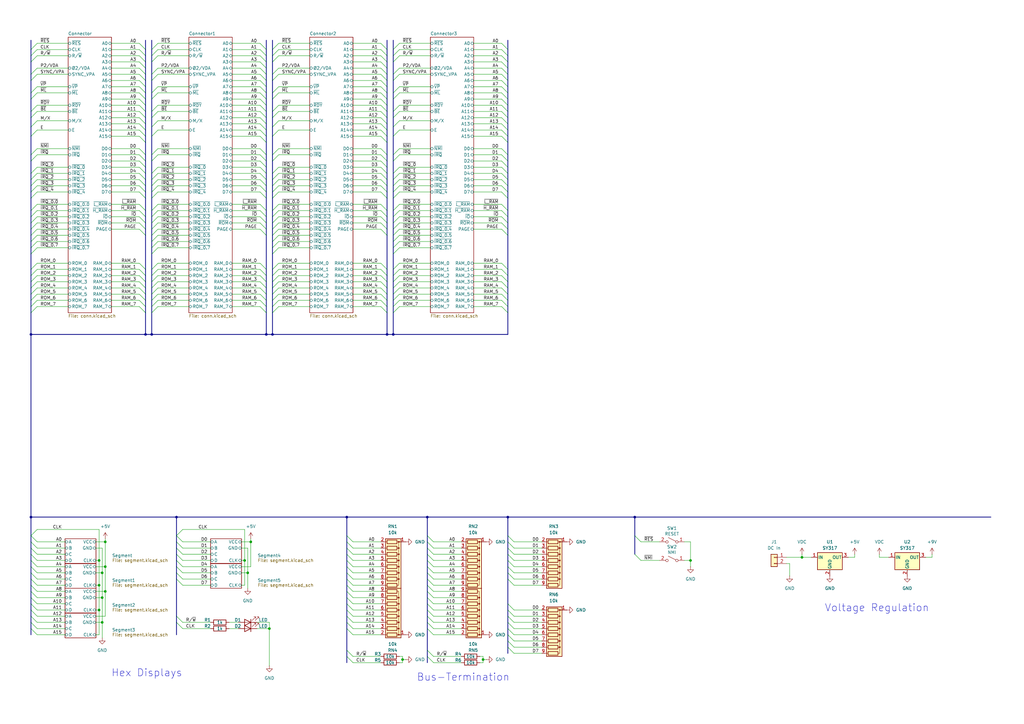
<source format=kicad_sch>
(kicad_sch (version 20231120) (generator "eeschema") (generator_version "8.0")
  (paper "A3")
  (title_block (title "SY65 Bus Card x16") (date "2024-06-16") (rev "1.0") (company "github.com/Synthron"))
  (junction (at 59.69 137.16))
  (junction (at 110.49 257.81))
  (junction (at 161.29 137.16))
  (junction (at 283.21 229.87))
  (junction (at 12.7 212.09))
  (junction (at 198.12 270.51))
  (junction (at 109.22 137.16))
  (junction (at 72.39 212.09))
  (junction (at 101.6 234.95))
  (junction (at 43.18 232.41))
  (junction (at 328.93 228.6))
  (junction (at 111.76 137.16))
  (junction (at 175.26 212.09))
  (junction (at 102.87 222.25))
  (junction (at 41.91 234.95))
  (junction (at 158.75 137.16))
  (junction (at 260.35 212.09))
  (junction (at 40.64 229.87))
  (junction (at 142.24 212.09))
  (junction (at 165.1 270.51))
  (junction (at 41.91 255.27))
  (junction (at 41.91 245.11))
  (junction (at 43.18 222.25))
  (junction (at 40.64 250.19))
  (junction (at 12.7 137.16))
  (junction (at 208.28 212.09))
  (junction (at 62.23 137.16))
  (junction (at 100.33 229.87))
  (junction (at 40.64 240.03))
  (junction (at 43.18 242.57))
  (bus_entry (at 106.68 73.66) (size 2.54 2.54))
  (bus_entry (at 156.21 118.11) (size 2.54 2.54))
  (bus_entry (at 205.74 27.94) (size 2.54 2.54))
  (bus_entry (at 15.24 93.98) (size -2.54 2.54))
  (bus_entry (at 205.74 118.11) (size 2.54 2.54))
  (bus_entry (at 106.68 30.48) (size 2.54 2.54))
  (bus_entry (at 106.68 25.4) (size 2.54 2.54))
  (bus_entry (at 15.24 63.5) (size -2.54 2.54))
  (bus_entry (at 15.24 86.36) (size -2.54 2.54))
  (bus_entry (at 114.3 76.2) (size -2.54 2.54))
  (bus_entry (at 72.39 229.87) (size 2.54 2.54))
  (bus_entry (at 106.68 88.9) (size 2.54 2.54))
  (bus_entry (at 175.26 232.41) (size 2.54 2.54))
  (bus_entry (at 156.21 83.82) (size 2.54 2.54))
  (bus_entry (at 156.21 115.57) (size 2.54 2.54))
  (bus_entry (at 114.3 86.36) (size -2.54 2.54))
  (bus_entry (at 163.83 93.98) (size -2.54 2.54))
  (bus_entry (at 74.93 255.27) (size -2.54 -2.54))
  (bus_entry (at 106.68 83.82) (size 2.54 2.54))
  (bus_entry (at 205.74 115.57) (size 2.54 2.54))
  (bus_entry (at 106.68 110.49) (size 2.54 2.54))
  (bus_entry (at 64.77 43.18) (size -2.54 2.54))
  (bus_entry (at 156.21 53.34) (size 2.54 2.54))
  (bus_entry (at 156.21 40.64) (size 2.54 2.54))
  (bus_entry (at 106.68 53.34) (size 2.54 2.54))
  (bus_entry (at 57.15 120.65) (size 2.54 2.54))
  (bus_entry (at 15.24 99.06) (size -2.54 2.54))
  (bus_entry (at 208.28 255.27) (size 2.54 2.54))
  (bus_entry (at 15.24 96.52) (size -2.54 2.54))
  (bus_entry (at 175.26 250.19) (size 2.54 2.54))
  (bus_entry (at 142.24 240.03) (size 2.54 2.54))
  (bus_entry (at 156.21 91.44) (size 2.54 2.54))
  (bus_entry (at 142.24 252.73) (size 2.54 2.54))
  (bus_entry (at 205.74 45.72) (size 2.54 2.54))
  (bus_entry (at 64.77 71.12) (size -2.54 2.54))
  (bus_entry (at 114.3 43.18) (size -2.54 2.54))
  (bus_entry (at 15.24 110.49) (size -2.54 2.54))
  (bus_entry (at 114.3 83.82) (size -2.54 2.54))
  (bus_entry (at 72.39 224.79) (size 2.54 2.54))
  (bus_entry (at 208.28 262.89) (size 2.54 2.54))
  (bus_entry (at 114.3 91.44) (size -2.54 2.54))
  (bus_entry (at 208.28 224.79) (size 2.54 2.54))
  (bus_entry (at 142.24 222.25) (size 2.54 2.54))
  (bus_entry (at 72.39 232.41) (size 2.54 2.54))
  (bus_entry (at 15.24 49.53) (size -2.54 2.54))
  (bus_entry (at 12.7 224.79) (size 2.54 2.54))
  (bus_entry (at 144.78 269.24) (size -2.54 -2.54))
  (bus_entry (at 156.21 43.18) (size 2.54 2.54))
  (bus_entry (at 15.24 88.9) (size -2.54 2.54))
  (bus_entry (at 64.77 76.2) (size -2.54 2.54))
  (bus_entry (at 156.21 68.58) (size 2.54 2.54))
  (bus_entry (at 175.26 224.79) (size 2.54 2.54))
  (bus_entry (at 64.77 49.53) (size -2.54 2.54))
  (bus_entry (at 156.21 86.36) (size 2.54 2.54))
  (bus_entry (at 74.93 217.17) (size -2.54 2.54))
  (bus_entry (at 106.68 40.64) (size 2.54 2.54))
  (bus_entry (at 114.3 71.12) (size -2.54 2.54))
  (bus_entry (at 156.21 55.88) (size 2.54 2.54))
  (bus_entry (at 175.26 255.27) (size 2.54 2.54))
  (bus_entry (at 142.24 219.71) (size 2.54 2.54))
  (bus_entry (at 57.15 30.48) (size 2.54 2.54))
  (bus_entry (at 106.68 115.57) (size 2.54 2.54))
  (bus_entry (at 205.74 68.58) (size 2.54 2.54))
  (bus_entry (at 15.24 20.32) (size -2.54 2.54))
  (bus_entry (at 156.21 123.19) (size 2.54 2.54))
  (bus_entry (at 156.21 27.94) (size 2.54 2.54))
  (bus_entry (at 114.3 115.57) (size -2.54 2.54))
  (bus_entry (at 114.3 113.03) (size -2.54 2.54))
  (bus_entry (at 163.83 27.94) (size -2.54 2.54))
  (bus_entry (at 106.68 50.8) (size 2.54 2.54))
  (bus_entry (at 205.74 38.1) (size 2.54 2.54))
  (bus_entry (at 57.15 20.32) (size 2.54 2.54))
  (bus_entry (at 114.3 99.06) (size -2.54 2.54))
  (bus_entry (at 57.15 118.11) (size 2.54 2.54))
  (bus_entry (at 144.78 271.78) (size -2.54 -2.54))
  (bus_entry (at 12.7 237.49) (size 2.54 2.54))
  (bus_entry (at 156.21 45.72) (size 2.54 2.54))
  (bus_entry (at 57.15 71.12) (size 2.54 2.54))
  (bus_entry (at 156.21 60.96) (size 2.54 2.54))
  (bus_entry (at 12.7 219.71) (size 2.54 2.54))
  (bus_entry (at 156.21 30.48) (size 2.54 2.54))
  (bus_entry (at 57.15 86.36) (size 2.54 2.54))
  (bus_entry (at 163.83 78.74) (size -2.54 2.54))
  (bus_entry (at 57.15 55.88) (size 2.54 2.54))
  (bus_entry (at 64.77 83.82) (size -2.54 2.54))
  (bus_entry (at 106.68 45.72) (size 2.54 2.54))
  (bus_entry (at 15.24 38.1) (size -2.54 2.54))
  (bus_entry (at 205.74 107.95) (size 2.54 2.54))
  (bus_entry (at 64.77 73.66) (size -2.54 2.54))
  (bus_entry (at 156.21 38.1) (size 2.54 2.54))
  (bus_entry (at 156.21 33.02) (size 2.54 2.54))
  (bus_entry (at 208.28 219.71) (size 2.54 2.54))
  (bus_entry (at 175.26 237.49) (size 2.54 2.54))
  (bus_entry (at 114.3 53.34) (size -2.54 2.54))
  (bus_entry (at 208.28 232.41) (size 2.54 2.54))
  (bus_entry (at 177.8 269.24) (size -2.54 -2.54))
  (bus_entry (at 57.15 88.9) (size 2.54 2.54))
  (bus_entry (at 106.68 27.94) (size 2.54 2.54))
  (bus_entry (at 74.93 257.81) (size -2.54 -2.54))
  (bus_entry (at 163.83 49.53) (size -2.54 2.54))
  (bus_entry (at 15.24 115.57) (size -2.54 2.54))
  (bus_entry (at 114.3 125.73) (size -2.54 2.54))
  (bus_entry (at 12.7 247.65) (size 2.54 2.54))
  (bus_entry (at 114.3 38.1) (size -2.54 2.54))
  (bus_entry (at 106.68 113.03) (size 2.54 2.54))
  (bus_entry (at 163.83 35.56) (size -2.54 2.54))
  (bus_entry (at 106.68 35.56) (size 2.54 2.54))
  (bus_entry (at 205.74 22.86) (size 2.54 2.54))
  (bus_entry (at 205.74 83.82) (size 2.54 2.54))
  (bus_entry (at 156.21 17.78) (size 2.54 2.54))
  (bus_entry (at 15.24 91.44) (size -2.54 2.54))
  (bus_entry (at 205.74 30.48) (size 2.54 2.54))
  (bus_entry (at 156.21 66.04) (size 2.54 2.54))
  (bus_entry (at 114.3 88.9) (size -2.54 2.54))
  (bus_entry (at 156.21 35.56) (size 2.54 2.54))
  (bus_entry (at 114.3 120.65) (size -2.54 2.54))
  (bus_entry (at 208.28 260.35) (size 2.54 2.54))
  (bus_entry (at 106.68 93.98) (size 2.54 2.54))
  (bus_entry (at 156.21 113.03) (size 2.54 2.54))
  (bus_entry (at 205.74 120.65) (size 2.54 2.54))
  (bus_entry (at 15.24 101.6) (size -2.54 2.54))
  (bus_entry (at 72.39 234.95) (size 2.54 2.54))
  (bus_entry (at 15.24 123.19) (size -2.54 2.54))
  (bus_entry (at 57.15 53.34) (size 2.54 2.54))
  (bus_entry (at 163.83 45.72) (size -2.54 2.54))
  (bus_entry (at 64.77 45.72) (size -2.54 2.54))
  (bus_entry (at 156.21 76.2) (size 2.54 2.54))
  (bus_entry (at 57.15 83.82) (size 2.54 2.54))
  (bus_entry (at 72.39 237.49) (size 2.54 2.54))
  (bus_entry (at 114.3 27.94) (size -2.54 2.54))
  (bus_entry (at 12.7 227.33) (size 2.54 2.54))
  (bus_entry (at 64.77 35.56) (size -2.54 2.54))
  (bus_entry (at 106.68 20.32) (size 2.54 2.54))
  (bus_entry (at 262.89 229.87) (size -2.54 -2.54))
  (bus_entry (at 205.74 40.64) (size 2.54 2.54))
  (bus_entry (at 163.83 83.82) (size -2.54 2.54))
  (bus_entry (at 205.74 110.49) (size 2.54 2.54))
  (bus_entry (at 57.15 93.98) (size 2.54 2.54))
  (bus_entry (at 106.68 123.19) (size 2.54 2.54))
  (bus_entry (at 205.74 71.12) (size 2.54 2.54))
  (bus_entry (at 12.7 252.73) (size 2.54 2.54))
  (bus_entry (at 64.77 53.34) (size -2.54 2.54))
  (bus_entry (at 205.74 86.36) (size 2.54 2.54))
  (bus_entry (at 205.74 35.56) (size 2.54 2.54))
  (bus_entry (at 57.15 27.94) (size 2.54 2.54))
  (bus_entry (at 106.68 120.65) (size 2.54 2.54))
  (bus_entry (at 12.7 257.81) (size 2.54 2.54))
  (bus_entry (at 64.77 118.11) (size -2.54 2.54))
  (bus_entry (at 175.26 247.65) (size 2.54 2.54))
  (bus_entry (at 163.83 53.34) (size -2.54 2.54))
  (bus_entry (at 205.74 125.73) (size 2.54 2.54))
  (bus_entry (at 163.83 73.66) (size -2.54 2.54))
  (bus_entry (at 57.15 73.66) (size 2.54 2.54))
  (bus_entry (at 163.83 113.03) (size -2.54 2.54))
  (bus_entry (at 15.24 68.58) (size -2.54 2.54))
  (bus_entry (at 142.24 255.27) (size 2.54 2.54))
  (bus_entry (at 163.83 68.58) (size -2.54 2.54))
  (bus_entry (at 156.21 25.4) (size 2.54 2.54))
  (bus_entry (at 57.15 113.03) (size 2.54 2.54))
  (bus_entry (at 114.3 30.48) (size -2.54 2.54))
  (bus_entry (at 156.21 20.32) (size 2.54 2.54))
  (bus_entry (at 156.21 71.12) (size 2.54 2.54))
  (bus_entry (at 15.24 118.11) (size -2.54 2.54))
  (bus_entry (at 12.7 242.57) (size 2.54 2.54))
  (bus_entry (at 12.7 240.03) (size 2.54 2.54))
  (bus_entry (at 156.21 125.73) (size 2.54 2.54))
  (bus_entry (at 106.68 71.12) (size 2.54 2.54))
  (bus_entry (at 163.83 99.06) (size -2.54 2.54))
  (bus_entry (at 163.83 38.1) (size -2.54 2.54))
  (bus_entry (at 156.21 93.98) (size 2.54 2.54))
  (bus_entry (at 15.24 30.48) (size -2.54 2.54))
  (bus_entry (at 114.3 123.19) (size -2.54 2.54))
  (bus_entry (at 163.83 118.11) (size -2.54 2.54))
  (bus_entry (at 163.83 125.73) (size -2.54 2.54))
  (bus_entry (at 205.74 76.2) (size 2.54 2.54))
  (bus_entry (at 163.83 120.65) (size -2.54 2.54))
  (bus_entry (at 12.7 250.19) (size 2.54 2.54))
  (bus_entry (at 12.7 255.27) (size 2.54 2.54))
  (bus_entry (at 163.83 20.32) (size -2.54 2.54))
  (bus_entry (at 57.15 45.72) (size 2.54 2.54))
  (bus_entry (at 156.21 48.26) (size 2.54 2.54))
  (bus_entry (at 12.7 245.11) (size 2.54 2.54))
  (bus_entry (at 205.74 73.66) (size 2.54 2.54))
  (bus_entry (at 205.74 55.88) (size 2.54 2.54))
  (bus_entry (at 114.3 45.72) (size -2.54 2.54))
  (bus_entry (at 205.74 33.02) (size 2.54 2.54))
  (bus_entry (at 142.24 250.19) (size 2.54 2.54))
  (bus_entry (at 205.74 93.98) (size 2.54 2.54))
  (bus_entry (at 175.26 240.03) (size 2.54 2.54))
  (bus_entry (at 15.24 53.34) (size -2.54 2.54))
  (bus_entry (at 205.74 53.34) (size 2.54 2.54))
  (bus_entry (at 12.7 229.87) (size 2.54 2.54))
  (bus_entry (at 15.24 73.66) (size -2.54 2.54))
  (bus_entry (at 57.15 110.49) (size 2.54 2.54))
  (bus_entry (at 15.24 27.94) (size -2.54 2.54))
  (bus_entry (at 72.39 219.71) (size 2.54 2.54))
  (bus_entry (at 15.24 120.65) (size -2.54 2.54))
  (bus_entry (at 15.24 78.74) (size -2.54 2.54))
  (bus_entry (at 64.77 96.52) (size -2.54 2.54))
  (bus_entry (at 15.24 17.78) (size -2.54 2.54))
  (bus_entry (at 156.21 107.95) (size 2.54 2.54))
  (bus_entry (at 57.15 91.44) (size 2.54 2.54))
  (bus_entry (at 64.77 86.36) (size -2.54 2.54))
  (bus_entry (at 175.26 252.73) (size 2.54 2.54))
  (bus_entry (at 15.24 45.72) (size -2.54 2.54))
  (bus_entry (at 163.83 43.18) (size -2.54 2.54))
  (bus_entry (at 208.28 250.19) (size 2.54 2.54))
  (bus_entry (at 208.28 227.33) (size 2.54 2.54))
  (bus_entry (at 142.24 227.33) (size 2.54 2.54))
  (bus_entry (at 64.77 107.95) (size -2.54 2.54))
  (bus_entry (at 64.77 60.96) (size -2.54 2.54))
  (bus_entry (at 15.24 71.12) (size -2.54 2.54))
  (bus_entry (at 106.68 43.18) (size 2.54 2.54))
  (bus_entry (at 156.21 120.65) (size 2.54 2.54))
  (bus_entry (at 57.15 60.96) (size 2.54 2.54))
  (bus_entry (at 163.83 110.49) (size -2.54 2.54))
  (bus_entry (at 156.21 63.5) (size 2.54 2.54))
  (bus_entry (at 163.83 107.95) (size -2.54 2.54))
  (bus_entry (at 57.15 68.58) (size 2.54 2.54))
  (bus_entry (at 106.68 63.5) (size 2.54 2.54))
  (bus_entry (at 64.77 88.9) (size -2.54 2.54))
  (bus_entry (at 64.77 115.57) (size -2.54 2.54))
  (bus_entry (at 106.68 86.36) (size 2.54 2.54))
  (bus_entry (at 114.3 17.78) (size -2.54 2.54))
  (bus_entry (at 12.7 222.25) (size 2.54 2.54))
  (bus_entry (at 57.15 50.8) (size 2.54 2.54))
  (bus_entry (at 57.15 66.04) (size 2.54 2.54))
  (bus_entry (at 175.26 257.81) (size 2.54 2.54))
  (bus_entry (at 208.28 247.65) (size 2.54 2.54))
  (bus_entry (at 156.21 78.74) (size 2.54 2.54))
  (bus_entry (at 177.8 271.78) (size -2.54 -2.54))
  (bus_entry (at 208.28 265.43) (size 2.54 2.54))
  (bus_entry (at 64.77 38.1) (size -2.54 2.54))
  (bus_entry (at 175.26 229.87) (size 2.54 2.54))
  (bus_entry (at 156.21 73.66) (size 2.54 2.54))
  (bus_entry (at 205.74 50.8) (size 2.54 2.54))
  (bus_entry (at 208.28 252.73) (size 2.54 2.54))
  (bus_entry (at 163.83 123.19) (size -2.54 2.54))
  (bus_entry (at 106.68 107.95) (size 2.54 2.54))
  (bus_entry (at 114.3 107.95) (size -2.54 2.54))
  (bus_entry (at 64.77 110.49) (size -2.54 2.54))
  (bus_entry (at 175.26 234.95) (size 2.54 2.54))
  (bus_entry (at 205.74 25.4) (size 2.54 2.54))
  (bus_entry (at 205.74 17.78) (size 2.54 2.54))
  (bus_entry (at 163.83 22.86) (size -2.54 2.54))
  (bus_entry (at 106.68 17.78) (size 2.54 2.54))
  (bus_entry (at 106.68 38.1) (size 2.54 2.54))
  (bus_entry (at 208.28 222.25) (size 2.54 2.54))
  (bus_entry (at 106.68 68.58) (size 2.54 2.54))
  (bus_entry (at 57.15 25.4) (size 2.54 2.54))
  (bus_entry (at 57.15 48.26) (size 2.54 2.54))
  (bus_entry (at 57.15 35.56) (size 2.54 2.54))
  (bus_entry (at 262.89 222.25) (size -2.54 -2.54))
  (bus_entry (at 57.15 40.64) (size 2.54 2.54))
  (bus_entry (at 64.77 17.78) (size -2.54 2.54))
  (bus_entry (at 64.77 30.48) (size -2.54 2.54))
  (bus_entry (at 163.83 115.57) (size -2.54 2.54))
  (bus_entry (at 205.74 91.44) (size 2.54 2.54))
  (bus_entry (at 142.24 229.87) (size 2.54 2.54))
  (bus_entry (at 64.77 78.74) (size -2.54 2.54))
  (bus_entry (at 163.83 30.48) (size -2.54 2.54))
  (bus_entry (at 163.83 60.96) (size -2.54 2.54))
  (bus_entry (at 142.24 247.65) (size 2.54 2.54))
  (bus_entry (at 15.24 125.73) (size -2.54 2.54))
  (bus_entry (at 57.15 38.1) (size 2.54 2.54))
  (bus_entry (at 15.24 107.95) (size -2.54 2.54))
  (bus_entry (at 12.7 232.41) (size 2.54 2.54))
  (bus_entry (at 106.68 48.26) (size 2.54 2.54))
  (bus_entry (at 64.77 22.86) (size -2.54 2.54))
  (bus_entry (at 64.77 63.5) (size -2.54 2.54))
  (bus_entry (at 205.74 123.19) (size 2.54 2.54))
  (bus_entry (at 163.83 86.36) (size -2.54 2.54))
  (bus_entry (at 106.68 118.11) (size 2.54 2.54))
  (bus_entry (at 57.15 123.19) (size 2.54 2.54))
  (bus_entry (at 15.24 76.2) (size -2.54 2.54))
  (bus_entry (at 142.24 257.81) (size 2.54 2.54))
  (bus_entry (at 64.77 101.6) (size -2.54 2.54))
  (bus_entry (at 142.24 232.41) (size 2.54 2.54))
  (bus_entry (at 205.74 88.9) (size 2.54 2.54))
  (bus_entry (at 64.77 113.03) (size -2.54 2.54))
  (bus_entry (at 72.39 222.25) (size 2.54 2.54))
  (bus_entry (at 64.77 99.06) (size -2.54 2.54))
  (bus_entry (at 57.15 78.74) (size 2.54 2.54))
  (bus_entry (at 114.3 101.6) (size -2.54 2.54))
  (bus_entry (at 106.68 125.73) (size 2.54 2.54))
  (bus_entry (at 15.24 113.03) (size -2.54 2.54))
  (bus_entry (at 57.15 22.86) (size 2.54 2.54))
  (bus_entry (at 205.74 48.26) (size 2.54 2.54))
  (bus_entry (at 205.74 113.03) (size 2.54 2.54))
  (bus_entry (at 15.24 22.86) (size -2.54 2.54))
  (bus_entry (at 163.83 17.78) (size -2.54 2.54))
  (bus_entry (at 156.21 22.86) (size 2.54 2.54))
  (bus_entry (at 114.3 49.53) (size -2.54 2.54))
  (bus_entry (at 57.15 125.73) (size 2.54 2.54))
  (bus_entry (at 106.68 78.74) (size 2.54 2.54))
  (bus_entry (at 57.15 115.57) (size 2.54 2.54))
  (bus_entry (at 205.74 60.96) (size 2.54 2.54))
  (bus_entry (at 156.21 50.8) (size 2.54 2.54))
  (bus_entry (at 205.74 43.18) (size 2.54 2.54))
  (bus_entry (at 163.83 96.52) (size -2.54 2.54))
  (bus_entry (at 106.68 55.88) (size 2.54 2.54))
  (bus_entry (at 175.26 242.57) (size 2.54 2.54))
  (bus_entry (at 205.74 63.5) (size 2.54 2.54))
  (bus_entry (at 15.24 60.96) (size -2.54 2.54))
  (bus_entry (at 163.83 101.6) (size -2.54 2.54))
  (bus_entry (at 114.3 118.11) (size -2.54 2.54))
  (bus_entry (at 64.77 91.44) (size -2.54 2.54))
  (bus_entry (at 142.24 224.79) (size 2.54 2.54))
  (bus_entry (at 106.68 22.86) (size 2.54 2.54))
  (bus_entry (at 114.3 96.52) (size -2.54 2.54))
  (bus_entry (at 175.26 245.11) (size 2.54 2.54))
  (bus_entry (at 208.28 229.87) (size 2.54 2.54))
  (bus_entry (at 142.24 242.57) (size 2.54 2.54))
  (bus_entry (at 114.3 35.56) (size -2.54 2.54))
  (bus_entry (at 106.68 60.96) (size 2.54 2.54))
  (bus_entry (at 175.26 219.71) (size 2.54 2.54))
  (bus_entry (at 175.26 227.33) (size 2.54 2.54))
  (bus_entry (at 106.68 91.44) (size 2.54 2.54))
  (bus_entry (at 106.68 66.04) (size 2.54 2.54))
  (bus_entry (at 163.83 88.9) (size -2.54 2.54))
  (bus_entry (at 64.77 68.58) (size -2.54 2.54))
  (bus_entry (at 114.3 20.32) (size -2.54 2.54))
  (bus_entry (at 114.3 60.96) (size -2.54 2.54))
  (bus_entry (at 15.24 83.82) (size -2.54 2.54))
  (bus_entry (at 114.3 93.98) (size -2.54 2.54))
  (bus_entry (at 114.3 73.66) (size -2.54 2.54))
  (bus_entry (at 64.77 120.65) (size -2.54 2.54))
  (bus_entry (at 163.83 63.5) (size -2.54 2.54))
  (bus_entry (at 114.3 78.74) (size -2.54 2.54))
  (bus_entry (at 64.77 27.94) (size -2.54 2.54))
  (bus_entry (at 114.3 110.49) (size -2.54 2.54))
  (bus_entry (at 106.68 76.2) (size 2.54 2.54))
  (bus_entry (at 72.39 227.33) (size 2.54 2.54))
  (bus_entry (at 57.15 107.95) (size 2.54 2.54))
  (bus_entry (at 142.24 245.11) (size 2.54 2.54))
  (bus_entry (at 205.74 78.74) (size 2.54 2.54))
  (bus_entry (at 114.3 22.86) (size -2.54 2.54))
  (bus_entry (at 106.68 33.02) (size 2.54 2.54))
  (bus_entry (at 142.24 237.49) (size 2.54 2.54))
  (bus_entry (at 175.26 222.25) (size 2.54 2.54))
  (bus_entry (at 57.15 63.5) (size 2.54 2.54))
  (bus_entry (at 15.24 43.18) (size -2.54 2.54))
  (bus_entry (at 64.77 20.32) (size -2.54 2.54))
  (bus_entry (at 64.77 125.73) (size -2.54 2.54))
  (bus_entry (at 142.24 234.95) (size 2.54 2.54))
  (bus_entry (at 57.15 43.18) (size 2.54 2.54))
  (bus_entry (at 163.83 91.44) (size -2.54 2.54))
  (bus_entry (at 163.83 71.12) (size -2.54 2.54))
  (bus_entry (at 208.28 237.49) (size 2.54 2.54))
  (bus_entry (at 57.15 17.78) (size 2.54 2.54))
  (bus_entry (at 205.74 66.04) (size 2.54 2.54))
  (bus_entry (at 163.83 76.2) (size -2.54 2.54))
  (bus_entry (at 57.15 33.02) (size 2.54 2.54))
  (bus_entry (at 57.15 76.2) (size 2.54 2.54))
  (bus_entry (at 208.28 234.95) (size 2.54 2.54))
  (bus_entry (at 12.7 234.95) (size 2.54 2.54))
  (bus_entry (at 64.77 93.98) (size -2.54 2.54))
  (bus_entry (at 64.77 123.19) (size -2.54 2.54))
  (bus_entry (at 114.3 68.58) (size -2.54 2.54))
  (bus_entry (at 208.28 257.81) (size 2.54 2.54))
  (bus_entry (at 156.21 110.49) (size 2.54 2.54))
  (bus_entry (at 15.24 35.56) (size -2.54 2.54))
  (bus_entry (at 114.3 63.5) (size -2.54 2.54))
  (bus_entry (at 156.21 88.9) (size 2.54 2.54))
  (bus_entry (at 205.74 20.32) (size 2.54 2.54))
  (bus_entry (at 15.24 217.17) (size -2.54 2.54))
  (bus (pts (xy 12.7 30.48) (xy 12.7 33.02)))
  (wire (pts (xy 177.8 240.03) (xy 189.23 240.03)))
  (wire (pts (xy 64.77 45.72) (xy 77.47 45.72)))
  (bus (pts (xy 111.76 33.02) (xy 111.76 38.1)))
  (wire (pts (xy 210.82 260.35) (xy 222.25 260.35)))
  (bus (pts (xy 208.28 63.5) (xy 208.28 66.04)))
  (wire (pts (xy 194.31 20.32) (xy 205.74 20.32)))
  (wire (pts (xy 114.3 118.11) (xy 127 118.11)))
  (wire (pts (xy 45.72 115.57) (xy 57.15 115.57)))
  (wire (pts (xy 163.83 110.49) (xy 176.53 110.49)))
  (wire (pts (xy 283.21 232.41) (xy 283.21 229.87)))
  (bus (pts (xy 161.29 91.44) (xy 161.29 93.98)))
  (wire (pts (xy 198.12 270.51) (xy 198.12 269.24)))
  (bus (pts (xy 111.76 91.44) (xy 111.76 93.98)))
  (bus (pts (xy 111.76 125.73) (xy 111.76 128.27)))
  (bus (pts (xy 161.29 101.6) (xy 161.29 104.14)))
  (bus (pts (xy 208.28 25.4) (xy 208.28 27.94)))
  (wire (pts (xy 163.83 99.06) (xy 176.53 99.06)))
  (wire (pts (xy 15.24 91.44) (xy 27.94 91.44)))
  (wire (pts (xy 210.82 252.73) (xy 222.25 252.73)))
  (bus (pts (xy 208.28 232.41) (xy 208.28 234.95)))
  (wire (pts (xy 177.8 255.27) (xy 189.23 255.27)))
  (wire (pts (xy 163.83 78.74) (xy 176.53 78.74)))
  (bus (pts (xy 208.28 71.12) (xy 208.28 73.66)))
  (wire (pts (xy 95.25 33.02) (xy 106.68 33.02)))
  (bus (pts (xy 111.76 78.74) (xy 111.76 81.28)))
  (bus (pts (xy 109.22 66.04) (xy 109.22 68.58)))
  (wire (pts (xy 45.72 63.5) (xy 57.15 63.5)))
  (bus (pts (xy 142.24 247.65) (xy 142.24 250.19)))
  (wire (pts (xy 64.77 125.73) (xy 77.47 125.73)))
  (bus (pts (xy 111.76 118.11) (xy 111.76 120.65)))
  (wire (pts (xy 39.37 229.87) (xy 40.64 229.87)))
  (bus (pts (xy 109.22 81.28) (xy 109.22 86.36)))
  (wire (pts (xy 163.83 53.34) (xy 176.53 53.34)))
  (wire (pts (xy 64.77 17.78) (xy 77.47 17.78)))
  (wire (pts (xy 100.33 217.17) (xy 100.33 229.87)))
  (wire (pts (xy 114.3 20.32) (xy 127 20.32)))
  (bus (pts (xy 59.69 20.32) (xy 59.69 22.86)))
  (bus (pts (xy 12.7 93.98) (xy 12.7 96.52)))
  (bus (pts (xy 208.28 93.98) (xy 208.28 96.52)))
  (wire (pts (xy 177.8 229.87) (xy 189.23 229.87)))
  (bus (pts (xy 12.7 63.5) (xy 12.7 66.04)))
  (bus (pts (xy 175.26 242.57) (xy 175.26 245.11)))
  (bus (pts (xy 260.35 212.09) (xy 406.4 212.09)))
  (bus (pts (xy 111.76 52.07) (xy 111.76 55.88)))
  (bus (pts (xy 109.22 27.94) (xy 109.22 30.48)))
  (bus (pts (xy 109.22 48.26) (xy 109.22 50.8)))
  (wire (pts (xy 45.72 76.2) (xy 57.15 76.2)))
  (bus (pts (xy 62.23 25.4) (xy 62.23 30.48)))
  (wire (pts (xy 95.25 83.82) (xy 106.68 83.82)))
  (bus (pts (xy 175.26 252.73) (xy 175.26 255.27)))
  (wire (pts (xy 45.72 17.78) (xy 57.15 17.78)))
  (bus (pts (xy 109.22 86.36) (xy 109.22 88.9)))
  (wire (pts (xy 15.24 76.2) (xy 27.94 76.2)))
  (wire (pts (xy 163.83 17.78) (xy 176.53 17.78)))
  (wire (pts (xy 144.78 110.49) (xy 156.21 110.49)))
  (bus (pts (xy 161.29 78.74) (xy 161.29 81.28)))
  (bus (pts (xy 59.69 125.73) (xy 59.69 128.27)))
  (bus (pts (xy 111.76 38.1) (xy 111.76 40.64)))
  (bus (pts (xy 109.22 53.34) (xy 109.22 55.88)))
  (wire (pts (xy 194.31 48.26) (xy 205.74 48.26)))
  (bus (pts (xy 208.28 22.86) (xy 208.28 25.4)))
  (wire (pts (xy 144.78 38.1) (xy 156.21 38.1)))
  (bus (pts (xy 12.7 96.52) (xy 12.7 99.06)))
  (wire (pts (xy 144.78 269.24) (xy 156.21 269.24)))
  (wire (pts (xy 114.3 35.56) (xy 127 35.56)))
  (bus (pts (xy 62.23 63.5) (xy 62.23 66.04)))
  (bus (pts (xy 142.24 250.19) (xy 142.24 252.73)))
  (bus (pts (xy 59.69 16.51) (xy 59.69 20.32)))
  (wire (pts (xy 45.72 78.74) (xy 57.15 78.74)))
  (bus (pts (xy 12.7 234.95) (xy 12.7 237.49)))
  (wire (pts (xy 144.78 83.82) (xy 156.21 83.82)))
  (wire (pts (xy 210.82 237.49) (xy 222.25 237.49)))
  (bus (pts (xy 62.23 137.16) (xy 109.22 137.16)))
  (wire (pts (xy 194.31 88.9) (xy 205.74 88.9)))
  (wire (pts (xy 45.72 27.94) (xy 57.15 27.94)))
  (bus (pts (xy 161.29 55.88) (xy 161.29 63.5)))
  (bus (pts (xy 208.28 81.28) (xy 208.28 86.36)))
  (bus (pts (xy 72.39 219.71) (xy 72.39 222.25)))
  (bus (pts (xy 208.28 110.49) (xy 208.28 113.03)))
  (wire (pts (xy 102.87 220.98) (xy 102.87 222.25)))
  (wire (pts (xy 177.8 260.35) (xy 189.23 260.35)))
  (bus (pts (xy 161.29 48.26) (xy 161.29 52.07)))
  (wire (pts (xy 15.24 245.11) (xy 26.67 245.11)))
  (wire (pts (xy 15.24 113.03) (xy 27.94 113.03)))
  (wire (pts (xy 15.24 101.6) (xy 27.94 101.6)))
  (bus (pts (xy 72.39 222.25) (xy 72.39 224.79)))
  (wire (pts (xy 114.3 68.58) (xy 127 68.58)))
  (bus (pts (xy 59.69 78.74) (xy 59.69 81.28)))
  (wire (pts (xy 163.83 60.96) (xy 176.53 60.96)))
  (bus (pts (xy 158.75 16.51) (xy 158.75 20.32)))
  (wire (pts (xy 15.24 224.79) (xy 26.67 224.79)))
  (wire (pts (xy 15.24 99.06) (xy 27.94 99.06)))
  (bus (pts (xy 208.28 212.09) (xy 208.28 219.71)))
  (bus (pts (xy 62.23 104.14) (xy 62.23 110.49)))
  (wire (pts (xy 114.3 22.86) (xy 127 22.86)))
  (bus (pts (xy 62.23 55.88) (xy 62.23 63.5)))
  (wire (pts (xy 64.77 63.5) (xy 77.47 63.5)))
  (wire (pts (xy 40.64 240.03) (xy 40.64 250.19)))
  (wire (pts (xy 194.31 35.56) (xy 205.74 35.56)))
  (wire (pts (xy 64.77 96.52) (xy 77.47 96.52)))
  (wire (pts (xy 45.72 73.66) (xy 57.15 73.66)))
  (bus (pts (xy 175.26 219.71) (xy 175.26 222.25)))
  (bus (pts (xy 59.69 71.12) (xy 59.69 73.66)))
  (wire (pts (xy 194.31 63.5) (xy 205.74 63.5)))
  (bus (pts (xy 59.69 66.04) (xy 59.69 68.58)))
  (wire (pts (xy 95.25 73.66) (xy 106.68 73.66)))
  (bus (pts (xy 72.39 212.09) (xy 72.39 219.71)))
  (wire (pts (xy 114.3 53.34) (xy 127 53.34)))
  (bus (pts (xy 208.28 252.73) (xy 208.28 255.27)))
  (wire (pts (xy 177.8 224.79) (xy 189.23 224.79)))
  (bus (pts (xy 62.23 115.57) (xy 62.23 118.11)))
  (wire (pts (xy 144.78 71.12) (xy 156.21 71.12)))
  (wire (pts (xy 110.49 257.81) (xy 110.49 255.27)))
  (wire (pts (xy 280.67 229.87) (xy 283.21 229.87)))
  (wire (pts (xy 194.31 78.74) (xy 205.74 78.74)))
  (wire (pts (xy 41.91 234.95) (xy 41.91 224.79)))
  (bus (pts (xy 175.26 227.33) (xy 175.26 229.87)))
  (bus (pts (xy 208.28 265.43) (xy 208.28 267.97)))
  (bus (pts (xy 158.75 25.4) (xy 158.75 27.94)))
  (wire (pts (xy 95.25 110.49) (xy 106.68 110.49)))
  (wire (pts (xy 283.21 229.87) (xy 283.21 222.25)))
  (bus (pts (xy 12.7 48.26) (xy 12.7 52.07)))
  (bus (pts (xy 59.69 43.18) (xy 59.69 45.72)))
  (wire (pts (xy 15.24 115.57) (xy 27.94 115.57)))
  (wire (pts (xy 199.39 270.51) (xy 198.12 270.51)))
  (bus (pts (xy 12.7 16.51) (xy 12.7 20.32)))
  (bus (pts (xy 158.75 66.04) (xy 158.75 68.58)))
  (wire (pts (xy 194.31 125.73) (xy 205.74 125.73)))
  (wire (pts (xy 194.31 33.02) (xy 205.74 33.02)))
  (wire (pts (xy 144.78 125.73) (xy 156.21 125.73)))
  (wire (pts (xy 64.77 76.2) (xy 77.47 76.2)))
  (wire (pts (xy 15.24 68.58) (xy 27.94 68.58)))
  (bus (pts (xy 175.26 232.41) (xy 175.26 234.95)))
  (wire (pts (xy 177.8 222.25) (xy 189.23 222.25)))
  (bus (pts (xy 208.28 250.19) (xy 208.28 252.73)))
  (bus (pts (xy 12.7 255.27) (xy 12.7 257.81)))
  (bus (pts (xy 12.7 99.06) (xy 12.7 101.6)))
  (wire (pts (xy 144.78 33.02) (xy 156.21 33.02)))
  (wire (pts (xy 95.25 22.86) (xy 106.68 22.86)))
  (bus (pts (xy 109.22 128.27) (xy 109.22 137.16)))
  (bus (pts (xy 62.23 101.6) (xy 62.23 104.14)))
  (bus (pts (xy 208.28 234.95) (xy 208.28 237.49)))
  (wire (pts (xy 163.83 68.58) (xy 176.53 68.58)))
  (wire (pts (xy 114.3 71.12) (xy 127 71.12)))
  (bus (pts (xy 208.28 48.26) (xy 208.28 50.8)))
  (bus (pts (xy 62.23 40.64) (xy 62.23 45.72)))
  (bus (pts (xy 72.39 227.33) (xy 72.39 229.87)))
  (bus (pts (xy 111.76 22.86) (xy 111.76 25.4)))
  (bus (pts (xy 158.75 45.72) (xy 158.75 48.26)))
  (wire (pts (xy 114.3 30.48) (xy 127 30.48)))
  (wire (pts (xy 74.93 234.95) (xy 86.36 234.95)))
  (bus (pts (xy 208.28 38.1) (xy 208.28 40.64)))
  (wire (pts (xy 74.93 255.27) (xy 86.36 255.27)))
  (bus (pts (xy 59.69 55.88) (xy 59.69 58.42)))
  (bus (pts (xy 12.7 219.71) (xy 12.7 222.25)))
  (bus (pts (xy 208.28 58.42) (xy 208.28 63.5)))
  (wire (pts (xy 15.24 96.52) (xy 27.94 96.52)))
  (wire (pts (xy 114.3 17.78) (xy 127 17.78)))
  (wire (pts (xy 95.25 71.12) (xy 106.68 71.12)))
  (wire (pts (xy 165.1 270.51) (xy 165.1 269.24)))
  (wire (pts (xy 144.78 60.96) (xy 156.21 60.96)))
  (wire (pts (xy 74.93 217.17) (xy 100.33 217.17)))
  (wire (pts (xy 177.8 247.65) (xy 189.23 247.65)))
  (wire (pts (xy 144.78 27.94) (xy 156.21 27.94)))
  (bus (pts (xy 175.26 224.79) (xy 175.26 227.33)))
  (bus (pts (xy 109.22 22.86) (xy 109.22 25.4)))
  (bus (pts (xy 208.28 33.02) (xy 208.28 35.56)))
  (wire (pts (xy 144.78 234.95) (xy 156.21 234.95)))
  (bus (pts (xy 109.22 38.1) (xy 109.22 40.64)))
  (wire (pts (xy 93.98 257.81) (xy 97.79 257.81)))
  (wire (pts (xy 194.31 22.86) (xy 205.74 22.86)))
  (wire (pts (xy 163.83 107.95) (xy 176.53 107.95)))
  (bus (pts (xy 111.76 96.52) (xy 111.76 99.06)))
  (wire (pts (xy 163.83 63.5) (xy 176.53 63.5)))
  (bus (pts (xy 59.69 81.28) (xy 59.69 86.36)))
  (wire (pts (xy 45.72 125.73) (xy 57.15 125.73)))
  (wire (pts (xy 194.31 83.82) (xy 205.74 83.82)))
  (bus (pts (xy 59.69 76.2) (xy 59.69 78.74)))
  (wire (pts (xy 74.93 224.79) (xy 86.36 224.79)))
  (bus (pts (xy 161.29 63.5) (xy 161.29 66.04)))
  (wire (pts (xy 144.78 113.03) (xy 156.21 113.03)))
  (bus (pts (xy 208.28 86.36) (xy 208.28 88.9)))
  (wire (pts (xy 163.83 49.53) (xy 176.53 49.53)))
  (wire (pts (xy 15.24 237.49) (xy 26.67 237.49)))
  (bus (pts (xy 59.69 30.48) (xy 59.69 33.02)))
  (bus (pts (xy 12.7 250.19) (xy 12.7 252.73)))
  (bus (pts (xy 62.23 128.27) (xy 62.23 137.16)))
  (wire (pts (xy 40.64 250.19) (xy 40.64 260.35)))
  (bus (pts (xy 208.28 224.79) (xy 208.28 227.33)))
  (wire (pts (xy 163.83 30.48) (xy 176.53 30.48)))
  (bus (pts (xy 12.7 257.81) (xy 12.7 260.35)))
  (bus (pts (xy 158.75 73.66) (xy 158.75 76.2)))
  (bus (pts (xy 208.28 212.09) (xy 260.35 212.09)))
  (wire (pts (xy 95.25 50.8) (xy 106.68 50.8)))
  (wire (pts (xy 15.24 49.53) (xy 27.94 49.53)))
  (bus (pts (xy 175.26 250.19) (xy 175.26 252.73)))
  (wire (pts (xy 163.83 113.03) (xy 176.53 113.03)))
  (bus (pts (xy 208.28 50.8) (xy 208.28 53.34)))
  (wire (pts (xy 64.77 107.95) (xy 77.47 107.95)))
  (wire (pts (xy 144.78 247.65) (xy 156.21 247.65)))
  (wire (pts (xy 144.78 17.78) (xy 156.21 17.78)))
  (wire (pts (xy 74.93 257.81) (xy 86.36 257.81)))
  (bus (pts (xy 161.29 96.52) (xy 161.29 99.06)))
  (bus (pts (xy 161.29 125.73) (xy 161.29 128.27)))
  (bus (pts (xy 12.7 227.33) (xy 12.7 229.87)))
  (wire (pts (xy 144.78 118.11) (xy 156.21 118.11)))
  (wire (pts (xy 43.18 242.57) (xy 43.18 252.73)))
  (wire (pts (xy 163.83 88.9) (xy 176.53 88.9)))
  (bus (pts (xy 62.23 16.51) (xy 62.23 20.32)))
  (wire (pts (xy 43.18 252.73) (xy 39.37 252.73)))
  (wire (pts (xy 210.82 267.97) (xy 222.25 267.97)))
  (bus (pts (xy 12.7 45.72) (xy 12.7 48.26)))
  (wire (pts (xy 194.31 91.44) (xy 205.74 91.44)))
  (wire (pts (xy 194.31 17.78) (xy 205.74 17.78)))
  (wire (pts (xy 15.24 217.17) (xy 40.64 217.17)))
  (wire (pts (xy 15.24 242.57) (xy 26.67 242.57)))
  (wire (pts (xy 210.82 227.33) (xy 222.25 227.33)))
  (bus (pts (xy 62.23 120.65) (xy 62.23 123.19)))
  (bus (pts (xy 142.24 269.24) (xy 142.24 271.78)))
  (bus (pts (xy 142.24 222.25) (xy 142.24 224.79)))
  (bus (pts (xy 111.76 113.03) (xy 111.76 115.57)))
  (wire (pts (xy 15.24 71.12) (xy 27.94 71.12)))
  (bus (pts (xy 12.7 123.19) (xy 12.7 125.73)))
  (bus (pts (xy 62.23 113.03) (xy 62.23 115.57)))
  (bus (pts (xy 109.22 115.57) (xy 109.22 118.11)))
  (wire (pts (xy 262.89 222.25) (xy 270.51 222.25)))
  (bus (pts (xy 62.23 76.2) (xy 62.23 78.74)))
  (bus (pts (xy 12.7 115.57) (xy 12.7 118.11)))
  (bus (pts (xy 12.7 137.16) (xy 59.69 137.16)))
  (bus (pts (xy 208.28 260.35) (xy 208.28 262.89)))
  (wire (pts (xy 41.91 224.79) (xy 39.37 224.79)))
  (wire (pts (xy 163.83 83.82) (xy 176.53 83.82)))
  (bus (pts (xy 12.7 118.11) (xy 12.7 120.65)))
  (wire (pts (xy 163.83 91.44) (xy 176.53 91.44)))
  (bus (pts (xy 59.69 22.86) (xy 59.69 25.4)))
  (bus (pts (xy 109.22 20.32) (xy 109.22 22.86)))
  (wire (pts (xy 15.24 123.19) (xy 27.94 123.19)))
  (bus (pts (xy 161.29 93.98) (xy 161.29 96.52)))
  (bus (pts (xy 142.24 229.87) (xy 142.24 232.41)))
  (bus (pts (xy 142.24 240.03) (xy 142.24 242.57)))
  (wire (pts (xy 194.31 118.11) (xy 205.74 118.11)))
  (wire (pts (xy 15.24 86.36) (xy 27.94 86.36)))
  (wire (pts (xy 40.64 217.17) (xy 40.64 229.87)))
  (bus (pts (xy 142.24 212.09) (xy 142.24 219.71)))
  (wire (pts (xy 95.25 115.57) (xy 106.68 115.57)))
  (bus (pts (xy 175.26 247.65) (xy 175.26 250.19)))
  (bus (pts (xy 12.7 120.65) (xy 12.7 123.19)))
  (bus (pts (xy 12.7 222.25) (xy 12.7 224.79)))
  (bus (pts (xy 158.75 113.03) (xy 158.75 115.57)))
  (wire (pts (xy 95.25 40.64) (xy 106.68 40.64)))
  (bus (pts (xy 111.76 101.6) (xy 111.76 104.14)))
  (bus (pts (xy 175.26 212.09) (xy 208.28 212.09)))
  (bus (pts (xy 59.69 115.57) (xy 59.69 118.11)))
  (bus (pts (xy 208.28 115.57) (xy 208.28 118.11)))
  (wire (pts (xy 43.18 222.25) (xy 43.18 232.41)))
  (wire (pts (xy 39.37 222.25) (xy 43.18 222.25)))
  (wire (pts (xy 74.93 237.49) (xy 86.36 237.49)))
  (bus (pts (xy 12.7 66.04) (xy 12.7 71.12)))
  (wire (pts (xy 163.83 271.78) (xy 165.1 271.78)))
  (bus (pts (xy 158.75 88.9) (xy 158.75 91.44)))
  (bus (pts (xy 12.7 125.73) (xy 12.7 128.27)))
  (bus (pts (xy 208.28 40.64) (xy 208.28 43.18)))
  (bus (pts (xy 12.7 237.49) (xy 12.7 240.03)))
  (wire (pts (xy 95.25 86.36) (xy 106.68 86.36)))
  (bus (pts (xy 59.69 53.34) (xy 59.69 55.88)))
  (bus (pts (xy 72.39 224.79) (xy 72.39 227.33)))
  (wire (pts (xy 194.31 113.03) (xy 205.74 113.03)))
  (bus (pts (xy 72.39 234.95) (xy 72.39 237.49)))
  (wire (pts (xy 350.52 227.33) (xy 350.52 228.6)))
  (bus (pts (xy 175.26 269.24) (xy 175.26 271.78)))
  (wire (pts (xy 144.78 91.44) (xy 156.21 91.44)))
  (bus (pts (xy 12.7 81.28) (xy 12.7 86.36)))
  (bus (pts (xy 158.75 50.8) (xy 158.75 53.34)))
  (wire (pts (xy 15.24 93.98) (xy 27.94 93.98)))
  (bus (pts (xy 208.28 257.81) (xy 208.28 260.35)))
  (bus (pts (xy 158.75 93.98) (xy 158.75 96.52)))
  (bus (pts (xy 208.28 229.87) (xy 208.28 232.41)))
  (bus (pts (xy 158.75 20.32) (xy 158.75 22.86)))
  (wire (pts (xy 64.77 35.56) (xy 77.47 35.56)))
  (bus (pts (xy 111.76 48.26) (xy 111.76 52.07)))
  (wire (pts (xy 45.72 93.98) (xy 57.15 93.98)))
  (bus (pts (xy 12.7 137.16) (xy 12.7 212.09)))
  (bus (pts (xy 142.24 255.27) (xy 142.24 257.81)))
  (bus (pts (xy 111.76 45.72) (xy 111.76 48.26)))
  (wire (pts (xy 177.8 257.81) (xy 189.23 257.81)))
  (wire (pts (xy 95.25 78.74) (xy 106.68 78.74)))
  (wire (pts (xy 15.24 30.48) (xy 27.94 30.48)))
  (bus (pts (xy 12.7 78.74) (xy 12.7 81.28)))
  (wire (pts (xy 194.31 43.18) (xy 205.74 43.18)))
  (wire (pts (xy 144.78 229.87) (xy 156.21 229.87)))
  (bus (pts (xy 111.76 128.27) (xy 111.76 137.16)))
  (wire (pts (xy 210.82 222.25) (xy 222.25 222.25)))
  (wire (pts (xy 64.77 101.6) (xy 77.47 101.6)))
  (bus (pts (xy 111.76 115.57) (xy 111.76 118.11)))
  (bus (pts (xy 59.69 48.26) (xy 59.69 50.8)))
  (bus (pts (xy 62.23 66.04) (xy 62.23 71.12)))
  (bus (pts (xy 158.75 81.28) (xy 158.75 86.36)))
  (wire (pts (xy 15.24 234.95) (xy 26.67 234.95)))
  (wire (pts (xy 95.25 27.94) (xy 106.68 27.94)))
  (bus (pts (xy 158.75 30.48) (xy 158.75 33.02)))
  (wire (pts (xy 15.24 118.11) (xy 27.94 118.11)))
  (bus (pts (xy 62.23 93.98) (xy 62.23 96.52)))
  (bus (pts (xy 12.7 128.27) (xy 12.7 137.16)))
  (wire (pts (xy 350.52 228.6) (xy 347.98 228.6)))
  (wire (pts (xy 64.77 27.94) (xy 77.47 27.94)))
  (wire (pts (xy 114.3 27.94) (xy 127 27.94)))
  (wire (pts (xy 114.3 63.5) (xy 127 63.5)))
  (wire (pts (xy 95.25 113.03) (xy 106.68 113.03)))
  (bus (pts (xy 12.7 212.09) (xy 12.7 219.71)))
  (wire (pts (xy 163.83 35.56) (xy 176.53 35.56)))
  (wire (pts (xy 102.87 232.41) (xy 102.87 222.25)))
  (wire (pts (xy 163.83 45.72) (xy 176.53 45.72)))
  (bus (pts (xy 175.26 257.81) (xy 175.26 266.7)))
  (wire (pts (xy 144.78 76.2) (xy 156.21 76.2)))
  (wire (pts (xy 15.24 222.25) (xy 26.67 222.25)))
  (bus (pts (xy 208.28 219.71) (xy 208.28 222.25)))
  (wire (pts (xy 15.24 88.9) (xy 27.94 88.9)))
  (bus (pts (xy 12.7 240.03) (xy 12.7 242.57)))
  (wire (pts (xy 144.78 260.35) (xy 156.21 260.35)))
  (bus (pts (xy 142.24 219.71) (xy 142.24 222.25)))
  (wire (pts (xy 194.31 73.66) (xy 205.74 73.66)))
  (wire (pts (xy 144.78 224.79) (xy 156.21 224.79)))
  (wire (pts (xy 210.82 255.27) (xy 222.25 255.27)))
  (wire (pts (xy 144.78 35.56) (xy 156.21 35.56)))
  (bus (pts (xy 109.22 30.48) (xy 109.22 33.02)))
  (bus (pts (xy 62.23 20.32) (xy 62.23 22.86)))
  (wire (pts (xy 283.21 222.25) (xy 280.67 222.25)))
  (bus (pts (xy 62.23 48.26) (xy 62.23 52.07)))
  (wire (pts (xy 210.82 229.87) (xy 222.25 229.87)))
  (bus (pts (xy 109.22 123.19) (xy 109.22 125.73)))
  (bus (pts (xy 208.28 125.73) (xy 208.28 128.27)))
  (wire (pts (xy 45.72 123.19) (xy 57.15 123.19)))
  (bus (pts (xy 175.26 222.25) (xy 175.26 224.79)))
  (bus (pts (xy 111.76 86.36) (xy 111.76 88.9)))
  (wire (pts (xy 99.06 234.95) (xy 101.6 234.95)))
  (bus (pts (xy 158.75 35.56) (xy 158.75 38.1)))
  (bus (pts (xy 59.69 96.52) (xy 59.69 110.49)))
  (wire (pts (xy 45.72 33.02) (xy 57.15 33.02)))
  (bus (pts (xy 111.76 99.06) (xy 111.76 101.6)))
  (wire (pts (xy 95.25 66.04) (xy 106.68 66.04)))
  (bus (pts (xy 59.69 110.49) (xy 59.69 113.03)))
  (wire (pts (xy 144.78 68.58) (xy 156.21 68.58)))
  (wire (pts (xy 114.3 49.53) (xy 127 49.53)))
  (bus (pts (xy 111.76 104.14) (xy 111.76 110.49)))
  (wire (pts (xy 41.91 261.62) (xy 41.91 255.27)))
  (bus (pts (xy 72.39 252.73) (xy 72.39 255.27)))
  (wire (pts (xy 194.31 110.49) (xy 205.74 110.49)))
  (wire (pts (xy 95.25 35.56) (xy 106.68 35.56)))
  (bus (pts (xy 260.35 219.71) (xy 260.35 227.33)))
  (bus (pts (xy 62.23 45.72) (xy 62.23 48.26)))
  (wire (pts (xy 144.78 240.03) (xy 156.21 240.03)))
  (wire (pts (xy 95.25 43.18) (xy 106.68 43.18)))
  (wire (pts (xy 40.64 260.35) (xy 39.37 260.35)))
  (bus (pts (xy 109.22 25.4) (xy 109.22 27.94)))
  (wire (pts (xy 194.31 55.88) (xy 205.74 55.88)))
  (wire (pts (xy 102.87 222.25) (xy 99.06 222.25)))
  (bus (pts (xy 109.22 78.74) (xy 109.22 81.28)))
  (wire (pts (xy 45.72 86.36) (xy 57.15 86.36)))
  (bus (pts (xy 12.7 71.12) (xy 12.7 73.66)))
  (bus (pts (xy 109.22 43.18) (xy 109.22 45.72)))
  (wire (pts (xy 39.37 242.57) (xy 43.18 242.57)))
  (wire (pts (xy 95.25 25.4) (xy 106.68 25.4)))
  (wire (pts (xy 114.3 88.9) (xy 127 88.9)))
  (wire (pts (xy 194.31 53.34) (xy 205.74 53.34)))
  (wire (pts (xy 95.25 107.95) (xy 106.68 107.95)))
  (wire (pts (xy 114.3 83.82) (xy 127 83.82)))
  (bus (pts (xy 109.22 71.12) (xy 109.22 73.66)))
  (wire (pts (xy 194.31 68.58) (xy 205.74 68.58)))
  (wire (pts (xy 74.93 222.25) (xy 86.36 222.25)))
  (bus (pts (xy 161.29 30.48) (xy 161.29 33.02)))
  (bus (pts (xy 161.29 128.27) (xy 161.29 137.16)))
  (bus (pts (xy 12.7 86.36) (xy 12.7 88.9)))
  (bus (pts (xy 109.22 120.65) (xy 109.22 123.19)))
  (bus (pts (xy 158.75 33.02) (xy 158.75 35.56)))
  (wire (pts (xy 210.82 240.03) (xy 222.25 240.03)))
  (wire (pts (xy 144.78 78.74) (xy 156.21 78.74)))
  (bus (pts (xy 109.22 35.56) (xy 109.22 38.1)))
  (wire (pts (xy 144.78 88.9) (xy 156.21 88.9)))
  (bus (pts (xy 59.69 118.11) (xy 59.69 120.65)))
  (wire (pts (xy 328.93 228.6) (xy 332.74 228.6)))
  (wire (pts (xy 163.83 115.57) (xy 176.53 115.57)))
  (bus (pts (xy 109.22 118.11) (xy 109.22 120.65)))
  (bus (pts (xy 161.29 115.57) (xy 161.29 118.11)))
  (bus (pts (xy 161.29 137.16) (xy 208.28 137.16)))
  (bus (pts (xy 59.69 63.5) (xy 59.69 66.04)))
  (wire (pts (xy 39.37 250.19) (xy 40.64 250.19)))
  (bus (pts (xy 62.23 118.11) (xy 62.23 120.65)))
  (bus (pts (xy 109.22 137.16) (xy 111.76 137.16)))
  (bus (pts (xy 111.76 137.16) (xy 158.75 137.16)))
  (wire (pts (xy 110.49 273.05) (xy 110.49 257.81)))
  (bus (pts (xy 161.29 104.14) (xy 161.29 110.49)))
  (bus (pts (xy 62.23 125.73) (xy 62.23 128.27)))
  (bus (pts (xy 59.69 38.1) (xy 59.69 40.64)))
  (bus (pts (xy 111.76 88.9) (xy 111.76 91.44)))
  (wire (pts (xy 163.83 71.12) (xy 176.53 71.12)))
  (wire (pts (xy 360.68 228.6) (xy 364.49 228.6)))
  (wire (pts (xy 45.72 71.12) (xy 57.15 71.12)))
  (wire (pts (xy 15.24 120.65) (xy 27.94 120.65)))
  (bus (pts (xy 62.23 96.52) (xy 62.23 99.06)))
  (wire (pts (xy 45.72 35.56) (xy 57.15 35.56)))
  (wire (pts (xy 163.83 73.66) (xy 176.53 73.66)))
  (wire (pts (xy 177.8 227.33) (xy 189.23 227.33)))
  (bus (pts (xy 72.39 237.49) (xy 72.39 252.73)))
  (wire (pts (xy 114.3 107.95) (xy 127 107.95)))
  (bus (pts (xy 109.22 55.88) (xy 109.22 58.42)))
  (bus (pts (xy 158.75 43.18) (xy 158.75 45.72)))
  (wire (pts (xy 64.77 71.12) (xy 77.47 71.12)))
  (bus (pts (xy 208.28 53.34) (xy 208.28 55.88)))
  (wire (pts (xy 64.77 120.65) (xy 77.47 120.65)))
  (bus (pts (xy 109.22 93.98) (xy 109.22 96.52)))
  (wire (pts (xy 114.3 120.65) (xy 127 120.65)))
  (bus (pts (xy 12.7 91.44) (xy 12.7 93.98)))
  (wire (pts (xy 323.85 231.14) (xy 323.85 236.22)))
  (wire (pts (xy 163.83 118.11) (xy 176.53 118.11)))
  (wire (pts (xy 114.3 45.72) (xy 127 45.72)))
  (wire (pts (xy 144.78 43.18) (xy 156.21 43.18)))
  (bus (pts (xy 72.39 232.41) (xy 72.39 234.95)))
  (wire (pts (xy 74.93 232.41) (xy 86.36 232.41)))
  (bus (pts (xy 208.28 43.18) (xy 208.28 45.72)))
  (wire (pts (xy 95.25 76.2) (xy 106.68 76.2)))
  (bus (pts (xy 142.24 242.57) (xy 142.24 245.11)))
  (wire (pts (xy 95.25 17.78) (xy 106.68 17.78)))
  (bus (pts (xy 208.28 88.9) (xy 208.28 91.44)))
  (wire (pts (xy 194.31 120.65) (xy 205.74 120.65)))
  (bus (pts (xy 72.39 229.87) (xy 72.39 232.41)))
  (wire (pts (xy 39.37 240.03) (xy 40.64 240.03)))
  (wire (pts (xy 114.3 96.52) (xy 127 96.52)))
  (bus (pts (xy 208.28 128.27) (xy 208.28 137.16)))
  (bus (pts (xy 111.76 16.51) (xy 111.76 20.32)))
  (wire (pts (xy 45.72 40.64) (xy 57.15 40.64)))
  (wire (pts (xy 64.77 83.82) (xy 77.47 83.82)))
  (wire (pts (xy 15.24 43.18) (xy 27.94 43.18)))
  (bus (pts (xy 175.26 229.87) (xy 175.26 232.41)))
  (bus (pts (xy 161.29 16.51) (xy 161.29 20.32)))
  (wire (pts (xy 210.82 224.79) (xy 222.25 224.79)))
  (bus (pts (xy 62.23 88.9) (xy 62.23 91.44)))
  (bus (pts (xy 161.29 25.4) (xy 161.29 30.48)))
  (wire (pts (xy 114.3 113.03) (xy 127 113.03)))
  (wire (pts (xy 144.78 73.66) (xy 156.21 73.66)))
  (bus (pts (xy 62.23 91.44) (xy 62.23 93.98)))
  (bus (pts (xy 109.22 125.73) (xy 109.22 128.27)))
  (wire (pts (xy 95.25 20.32) (xy 106.68 20.32)))
  (wire (pts (xy 177.8 234.95) (xy 189.23 234.95)))
  (bus (pts (xy 161.29 88.9) (xy 161.29 91.44)))
  (wire (pts (xy 194.31 71.12) (xy 205.74 71.12)))
  (wire (pts (xy 45.72 38.1) (xy 57.15 38.1)))
  (bus (pts (xy 72.39 212.09) (xy 142.24 212.09)))
  (wire (pts (xy 64.77 86.36) (xy 77.47 86.36)))
  (wire (pts (xy 45.72 118.11) (xy 57.15 118.11)))
  (wire (pts (xy 194.31 50.8) (xy 205.74 50.8)))
  (wire (pts (xy 163.83 38.1) (xy 176.53 38.1)))
  (wire (pts (xy 15.24 20.32) (xy 27.94 20.32)))
  (wire (pts (xy 45.72 66.04) (xy 57.15 66.04)))
  (bus (pts (xy 109.22 58.42) (xy 109.22 63.5)))
  (wire (pts (xy 15.24 73.66) (xy 27.94 73.66)))
  (wire (pts (xy 64.77 78.74) (xy 77.47 78.74)))
  (bus (pts (xy 109.22 63.5) (xy 109.22 66.04)))
  (wire (pts (xy 45.72 120.65) (xy 57.15 120.65)))
  (wire (pts (xy 64.77 93.98) (xy 77.47 93.98)))
  (wire (pts (xy 15.24 17.78) (xy 27.94 17.78)))
  (wire (pts (xy 100.33 240.03) (xy 99.06 240.03)))
  (wire (pts (xy 45.72 55.88) (xy 57.15 55.88)))
  (bus (pts (xy 59.69 128.27) (xy 59.69 137.16)))
  (wire (pts (xy 39.37 232.41) (xy 43.18 232.41)))
  (bus (pts (xy 59.69 91.44) (xy 59.69 93.98)))
  (wire (pts (xy 144.78 53.34) (xy 156.21 53.34)))
  (bus (pts (xy 111.76 30.48) (xy 111.76 33.02)))
  (bus (pts (xy 208.28 247.65) (xy 208.28 250.19)))
  (bus (pts (xy 158.75 120.65) (xy 158.75 123.19)))
  (bus (pts (xy 158.75 27.94) (xy 158.75 30.48)))
  (wire (pts (xy 15.24 227.33) (xy 26.67 227.33)))
  (wire (pts (xy 144.78 242.57) (xy 156.21 242.57)))
  (wire (pts (xy 194.31 66.04) (xy 205.74 66.04)))
  (wire (pts (xy 101.6 241.3) (xy 101.6 234.95)))
  (bus (pts (xy 12.7 25.4) (xy 12.7 30.48)))
  (wire (pts (xy 45.72 83.82) (xy 57.15 83.82)))
  (wire (pts (xy 194.31 60.96) (xy 205.74 60.96)))
  (bus (pts (xy 158.75 110.49) (xy 158.75 113.03)))
  (wire (pts (xy 64.77 113.03) (xy 77.47 113.03)))
  (wire (pts (xy 144.78 271.78) (xy 156.21 271.78)))
  (wire (pts (xy 114.3 99.06) (xy 127 99.06)))
  (wire (pts (xy 64.77 123.19) (xy 77.47 123.19)))
  (wire (pts (xy 15.24 232.41) (xy 26.67 232.41)))
  (bus (pts (xy 59.69 45.72) (xy 59.69 48.26)))
  (bus (pts (xy 109.22 73.66) (xy 109.22 76.2)))
  (wire (pts (xy 144.78 86.36) (xy 156.21 86.36)))
  (wire (pts (xy 144.78 252.73) (xy 156.21 252.73)))
  (bus (pts (xy 175.26 234.95) (xy 175.26 237.49)))
  (wire (pts (xy 144.78 63.5) (xy 156.21 63.5)))
  (wire (pts (xy 144.78 66.04) (xy 156.21 66.04)))
  (wire (pts (xy 95.25 120.65) (xy 106.68 120.65)))
  (bus (pts (xy 158.75 118.11) (xy 158.75 120.65)))
  (bus (pts (xy 208.28 222.25) (xy 208.28 224.79)))
  (wire (pts (xy 74.93 229.87) (xy 86.36 229.87)))
  (bus (pts (xy 111.76 120.65) (xy 111.76 123.19)))
  (wire (pts (xy 144.78 50.8) (xy 156.21 50.8)))
  (bus (pts (xy 161.29 86.36) (xy 161.29 88.9)))
  (wire (pts (xy 45.72 68.58) (xy 57.15 68.58)))
  (wire (pts (xy 144.78 245.11) (xy 156.21 245.11)))
  (wire (pts (xy 95.25 48.26) (xy 106.68 48.26)))
  (wire (pts (xy 163.83 123.19) (xy 176.53 123.19)))
  (wire (pts (xy 360.68 227.33) (xy 360.68 228.6)))
  (bus (pts (xy 161.29 20.32) (xy 161.29 22.86)))
  (wire (pts (xy 40.64 229.87) (xy 40.64 240.03)))
  (wire (pts (xy 43.18 220.98) (xy 43.18 222.25)))
  (bus (pts (xy 142.24 227.33) (xy 142.24 229.87)))
  (wire (pts (xy 144.78 123.19) (xy 156.21 123.19)))
  (wire (pts (xy 41.91 255.27) (xy 41.91 245.11)))
  (bus (pts (xy 161.29 40.64) (xy 161.29 45.72)))
  (bus (pts (xy 109.22 50.8) (xy 109.22 53.34)))
  (bus (pts (xy 142.24 232.41) (xy 142.24 234.95)))
  (wire (pts (xy 15.24 60.96) (xy 27.94 60.96)))
  (wire (pts (xy 322.58 228.6) (xy 328.93 228.6)))
  (wire (pts (xy 194.31 115.57) (xy 205.74 115.57)))
  (wire (pts (xy 64.77 99.06) (xy 77.47 99.06)))
  (wire (pts (xy 144.78 55.88) (xy 156.21 55.88)))
  (wire (pts (xy 15.24 35.56) (xy 27.94 35.56)))
  (wire (pts (xy 144.78 40.64) (xy 156.21 40.64)))
  (wire (pts (xy 15.24 257.81) (xy 26.67 257.81)))
  (bus (pts (xy 109.22 16.51) (xy 109.22 20.32)))
  (wire (pts (xy 144.78 232.41) (xy 156.21 232.41)))
  (wire (pts (xy 95.25 38.1) (xy 106.68 38.1)))
  (wire (pts (xy 144.78 48.26) (xy 156.21 48.26)))
  (bus (pts (xy 111.76 81.28) (xy 111.76 86.36)))
  (bus (pts (xy 109.22 76.2) (xy 109.22 78.74)))
  (bus (pts (xy 208.28 16.51) (xy 208.28 20.32)))
  (bus (pts (xy 208.28 55.88) (xy 208.28 58.42)))
  (bus (pts (xy 12.7 55.88) (xy 12.7 63.5)))
  (bus (pts (xy 59.69 123.19) (xy 59.69 125.73)))
  (wire (pts (xy 95.25 60.96) (xy 106.68 60.96)))
  (bus (pts (xy 59.69 137.16) (xy 62.23 137.16)))
  (wire (pts (xy 99.06 232.41) (xy 102.87 232.41)))
  (bus (pts (xy 12.7 88.9) (xy 12.7 91.44)))
  (wire (pts (xy 64.77 68.58) (xy 77.47 68.58)))
  (bus (pts (xy 111.76 73.66) (xy 111.76 76.2)))
  (wire (pts (xy 15.24 260.35) (xy 26.67 260.35)))
  (bus (pts (xy 109.22 68.58) (xy 109.22 71.12)))
  (wire (pts (xy 322.58 231.14) (xy 323.85 231.14)))
  (bus (pts (xy 109.22 45.72) (xy 109.22 48.26)))
  (wire (pts (xy 64.77 38.1) (xy 77.47 38.1)))
  (wire (pts (xy 144.78 237.49) (xy 156.21 237.49)))
  (bus (pts (xy 12.7 245.11) (xy 12.7 247.65)))
  (bus (pts (xy 12.7 38.1) (xy 12.7 40.64)))
  (bus (pts (xy 62.23 86.36) (xy 62.23 88.9)))
  (wire (pts (xy 210.82 234.95) (xy 222.25 234.95)))
  (bus (pts (xy 161.29 110.49) (xy 161.29 113.03)))
  (wire (pts (xy 45.72 20.32) (xy 57.15 20.32)))
  (wire (pts (xy 144.78 120.65) (xy 156.21 120.65)))
  (wire (pts (xy 144.78 255.27) (xy 156.21 255.27)))
  (wire (pts (xy 100.33 229.87) (xy 100.33 240.03)))
  (bus (pts (xy 59.69 40.64) (xy 59.69 43.18)))
  (bus (pts (xy 161.29 52.07) (xy 161.29 55.88)))
  (wire (pts (xy 144.78 30.48) (xy 156.21 30.48)))
  (bus (pts (xy 158.75 40.64) (xy 158.75 43.18)))
  (bus (pts (xy 208.28 120.65) (xy 208.28 123.19)))
  (wire (pts (xy 163.83 20.32) (xy 176.53 20.32)))
  (wire (pts (xy 45.72 53.34) (xy 57.15 53.34)))
  (bus (pts (xy 142.24 266.7) (xy 142.24 269.24)))
  (bus (pts (xy 109.22 110.49) (xy 109.22 113.03)))
  (bus (pts (xy 109.22 88.9) (xy 109.22 91.44)))
  (wire (pts (xy 45.72 107.95) (xy 57.15 107.95)))
  (bus (pts (xy 12.7 229.87) (xy 12.7 232.41)))
  (bus (pts (xy 158.75 53.34) (xy 158.75 55.88)))
  (bus (pts (xy 158.75 55.88) (xy 158.75 58.42)))
  (bus (pts (xy 158.75 63.5) (xy 158.75 66.04)))
  (wire (pts (xy 177.8 237.49) (xy 189.23 237.49)))
  (bus (pts (xy 142.24 245.11) (xy 142.24 247.65)))
  (wire (pts (xy 166.37 270.51) (xy 165.1 270.51)))
  (bus (pts (xy 59.69 27.94) (xy 59.69 30.48)))
  (bus (pts (xy 158.75 78.74) (xy 158.75 81.28)))
  (bus (pts (xy 161.29 22.86) (xy 161.29 25.4)))
  (bus (pts (xy 12.7 113.03) (xy 12.7 115.57)))
  (wire (pts (xy 144.78 222.25) (xy 156.21 222.25)))
  (bus (pts (xy 161.29 113.03) (xy 161.29 115.57)))
  (bus (pts (xy 111.76 20.32) (xy 111.76 22.86)))
  (wire (pts (xy 15.24 255.27) (xy 26.67 255.27)))
  (bus (pts (xy 12.7 101.6) (xy 12.7 104.14)))
  (wire (pts (xy 45.72 30.48) (xy 57.15 30.48)))
  (bus (pts (xy 208.28 118.11) (xy 208.28 120.65)))
  (wire (pts (xy 39.37 245.11) (xy 41.91 245.11)))
  (bus (pts (xy 161.29 38.1) (xy 161.29 40.64)))
  (bus (pts (xy 158.75 123.19) (xy 158.75 125.73)))
  (wire (pts (xy 15.24 27.94) (xy 27.94 27.94)))
  (bus (pts (xy 158.75 22.86) (xy 158.75 25.4)))
  (bus (pts (xy 62.23 123.19) (xy 62.23 125.73)))
  (wire (pts (xy 165.1 269.24) (xy 163.83 269.24)))
  (wire (pts (xy 95.25 68.58) (xy 106.68 68.58)))
  (bus (pts (xy 111.76 55.88) (xy 111.76 63.5)))
  (wire (pts (xy 382.27 228.6) (xy 379.73 228.6)))
  (bus (pts (xy 12.7 247.65) (xy 12.7 250.19)))
  (wire (pts (xy 110.49 255.27) (xy 105.41 255.27)))
  (wire (pts (xy 114.3 76.2) (xy 127 76.2)))
  (bus (pts (xy 208.28 73.66) (xy 208.28 76.2)))
  (bus (pts (xy 111.76 66.04) (xy 111.76 71.12)))
  (bus (pts (xy 158.75 91.44) (xy 158.75 93.98)))
  (wire (pts (xy 15.24 45.72) (xy 27.94 45.72)))
  (wire (pts (xy 114.3 43.18) (xy 127 43.18)))
  (bus (pts (xy 175.26 266.7) (xy 175.26 269.24)))
  (wire (pts (xy 114.3 125.73) (xy 127 125.73)))
  (bus (pts (xy 161.29 71.12) (xy 161.29 73.66)))
  (wire (pts (xy 382.27 227.33) (xy 382.27 228.6)))
  (bus (pts (xy 109.22 96.52) (xy 109.22 110.49)))
  (bus (pts (xy 59.69 120.65) (xy 59.69 123.19)))
  (wire (pts (xy 114.3 60.96) (xy 127 60.96)))
  (bus (pts (xy 161.29 123.19) (xy 161.29 125.73)))
  (bus (pts (xy 72.39 255.27) (xy 72.39 260.35)))
  (bus (pts (xy 175.26 240.03) (xy 175.26 242.57)))
  (wire (pts (xy 95.25 30.48) (xy 106.68 30.48)))
  (bus (pts (xy 59.69 50.8) (xy 59.69 53.34)))
  (wire (pts (xy 177.8 252.73) (xy 189.23 252.73)))
  (bus (pts (xy 158.75 71.12) (xy 158.75 73.66)))
  (wire (pts (xy 177.8 250.19) (xy 189.23 250.19)))
  (wire (pts (xy 45.72 22.86) (xy 57.15 22.86)))
  (wire (pts (xy 15.24 110.49) (xy 27.94 110.49)))
  (wire (pts (xy 15.24 125.73) (xy 27.94 125.73)))
  (bus (pts (xy 111.76 71.12) (xy 111.76 73.66)))
  (bus (pts (xy 109.22 33.02) (xy 109.22 35.56)))
  (wire (pts (xy 194.31 25.4) (xy 205.74 25.4)))
  (bus (pts (xy 59.69 58.42) (xy 59.69 63.5)))
  (wire (pts (xy 45.72 88.9) (xy 57.15 88.9)))
  (bus (pts (xy 12.7 104.14) (xy 12.7 110.49)))
  (wire (pts (xy 101.6 224.79) (xy 99.06 224.79)))
  (wire (pts (xy 95.25 53.34) (xy 106.68 53.34)))
  (wire (pts (xy 15.24 83.82) (xy 27.94 83.82)))
  (wire (pts (xy 210.82 232.41) (xy 222.25 232.41)))
  (wire (pts (xy 194.31 38.1) (xy 205.74 38.1)))
  (bus (pts (xy 161.29 120.65) (xy 161.29 123.19)))
  (bus (pts (xy 158.75 125.73) (xy 158.75 128.27)))
  (wire (pts (xy 114.3 38.1) (xy 127 38.1)))
  (wire (pts (xy 64.77 30.48) (xy 77.47 30.48)))
  (wire (pts (xy 144.78 20.32) (xy 156.21 20.32)))
  (bus (pts (xy 12.7 52.07) (xy 12.7 55.88)))
  (bus (pts (xy 62.23 110.49) (xy 62.23 113.03)))
  (bus (pts (xy 175.26 245.11) (xy 175.26 247.65)))
  (bus (pts (xy 59.69 113.03) (xy 59.69 115.57)))
  (wire (pts (xy 194.31 45.72) (xy 205.74 45.72)))
  (wire (pts (xy 15.24 107.95) (xy 27.94 107.95)))
  (wire (pts (xy 45.72 113.03) (xy 57.15 113.03)))
  (wire (pts (xy 144.78 115.57) (xy 156.21 115.57)))
  (wire (pts (xy 177.8 232.41) (xy 189.23 232.41)))
  (bus (pts (xy 62.23 73.66) (xy 62.23 76.2)))
  (bus (pts (xy 62.23 22.86) (xy 62.23 25.4)))
  (bus (pts (xy 158.75 96.52) (xy 158.75 110.49)))
  (wire (pts (xy 64.77 91.44) (xy 77.47 91.44)))
  (bus (pts (xy 175.26 212.09) (xy 175.26 219.71)))
  (wire (pts (xy 144.78 250.19) (xy 156.21 250.19)))
  (bus (pts (xy 208.28 66.04) (xy 208.28 68.58)))
  (wire (pts (xy 144.78 107.95) (xy 156.21 107.95)))
  (wire (pts (xy 194.31 107.95) (xy 205.74 107.95)))
  (wire (pts (xy 64.77 73.66) (xy 77.47 73.66)))
  (bus (pts (xy 161.29 76.2) (xy 161.29 78.74)))
  (bus (pts (xy 142.24 252.73) (xy 142.24 255.27)))
  (bus (pts (xy 12.7 40.64) (xy 12.7 45.72)))
  (wire (pts (xy 15.24 250.19) (xy 26.67 250.19)))
  (bus (pts (xy 62.23 30.48) (xy 62.23 33.02)))
  (wire (pts (xy 144.78 25.4) (xy 156.21 25.4)))
  (bus (pts (xy 62.23 38.1) (xy 62.23 40.64)))
  (bus (pts (xy 208.28 123.19) (xy 208.28 125.73)))
  (bus (pts (xy 142.24 257.81) (xy 142.24 266.7)))
  (wire (pts (xy 177.8 269.24) (xy 189.23 269.24)))
  (bus (pts (xy 208.28 35.56) (xy 208.28 38.1)))
  (bus (pts (xy 158.75 86.36) (xy 158.75 88.9)))
  (bus (pts (xy 62.23 81.28) (xy 62.23 86.36)))
  (bus (pts (xy 142.24 224.79) (xy 142.24 227.33)))
  (wire (pts (xy 163.83 76.2) (xy 176.53 76.2)))
  (wire (pts (xy 262.89 229.87) (xy 270.51 229.87)))
  (wire (pts (xy 64.77 118.11) (xy 77.47 118.11)))
  (bus (pts (xy 161.29 73.66) (xy 161.29 76.2)))
  (wire (pts (xy 144.78 22.86) (xy 156.21 22.86)))
  (bus (pts (xy 111.76 76.2) (xy 111.76 78.74)))
  (bus (pts (xy 208.28 96.52) (xy 208.28 110.49)))
  (bus (pts (xy 142.24 237.49) (xy 142.24 240.03)))
  (wire (pts (xy 15.24 240.03) (xy 26.67 240.03)))
  (wire (pts (xy 114.3 78.74) (xy 127 78.74)))
  (wire (pts (xy 196.85 271.78) (xy 198.12 271.78)))
  (wire (pts (xy 39.37 255.27) (xy 41.91 255.27)))
  (wire (pts (xy 114.3 101.6) (xy 127 101.6)))
  (wire (pts (xy 210.82 257.81) (xy 222.25 257.81)))
  (bus (pts (xy 161.29 45.72) (xy 161.29 48.26)))
  (wire (pts (xy 15.24 38.1) (xy 27.94 38.1)))
  (wire (pts (xy 64.77 49.53) (xy 77.47 49.53)))
  (wire (pts (xy 15.24 22.86) (xy 27.94 22.86)))
  (wire (pts (xy 177.8 271.78) (xy 189.23 271.78)))
  (bus (pts (xy 59.69 88.9) (xy 59.69 91.44)))
  (bus (pts (xy 62.23 33.02) (xy 62.23 38.1)))
  (bus (pts (xy 161.29 81.28) (xy 161.29 86.36)))
  (bus (pts (xy 208.28 91.44) (xy 208.28 93.98)))
  (bus (pts (xy 208.28 227.33) (xy 208.28 229.87)))
  (bus (pts (xy 208.28 45.72) (xy 208.28 48.26)))
  (bus (pts (xy 161.29 33.02) (xy 161.29 38.1)))
  (bus (pts (xy 109.22 40.64) (xy 109.22 43.18)))
  (wire (pts (xy 45.72 25.4) (xy 57.15 25.4)))
  (wire (pts (xy 43.18 232.41) (xy 43.18 242.57)))
  (wire (pts (xy 74.93 240.03) (xy 86.36 240.03)))
  (bus (pts (xy 142.24 212.09) (xy 175.26 212.09)))
  (wire (pts (xy 64.77 53.34) (xy 77.47 53.34)))
  (wire (pts (xy 163.83 93.98) (xy 176.53 93.98)))
  (wire (pts (xy 163.83 125.73) (xy 176.53 125.73)))
  (wire (pts (xy 194.31 40.64) (xy 205.74 40.64)))
  (bus (pts (xy 158.75 137.16) (xy 161.29 137.16)))
  (wire (pts (xy 144.78 257.81) (xy 156.21 257.81)))
  (bus (pts (xy 158.75 115.57) (xy 158.75 118.11)))
  (wire (pts (xy 194.31 93.98) (xy 205.74 93.98)))
  (bus (pts (xy 161.29 118.11) (xy 161.29 120.65)))
  (wire (pts (xy 45.72 43.18) (xy 57.15 43.18)))
  (wire (pts (xy 99.06 229.87) (xy 100.33 229.87)))
  (wire (pts (xy 45.72 110.49) (xy 57.15 110.49)))
  (wire (pts (xy 45.72 48.26) (xy 57.15 48.26)))
  (wire (pts (xy 114.3 110.49) (xy 127 110.49)))
  (bus (pts (xy 208.28 68.58) (xy 208.28 71.12)))
  (wire (pts (xy 144.78 93.98) (xy 156.21 93.98)))
  (wire (pts (xy 114.3 115.57) (xy 127 115.57)))
  (bus (pts (xy 59.69 35.56) (xy 59.69 38.1)))
  (bus (pts (xy 62.23 71.12) (xy 62.23 73.66)))
  (wire (pts (xy 93.98 255.27) (xy 97.79 255.27)))
  (wire (pts (xy 95.25 118.11) (xy 106.68 118.11)))
  (bus (pts (xy 208.28 27.94) (xy 208.28 30.48)))
  (bus (pts (xy 59.69 25.4) (xy 59.69 27.94)))
  (wire (pts (xy 210.82 262.89) (xy 222.25 262.89)))
  (wire (pts (xy 64.77 22.86) (xy 77.47 22.86)))
  (bus (pts (xy 158.75 48.26) (xy 158.75 50.8)))
  (wire (pts (xy 163.83 96.52) (xy 176.53 96.52)))
  (wire (pts (xy 64.77 115.57) (xy 77.47 115.57)))
  (bus (pts (xy 12.7 110.49) (xy 12.7 113.03)))
  (bus (pts (xy 59.69 93.98) (xy 59.69 96.52)))
  (wire (pts (xy 15.24 53.34) (xy 27.94 53.34)))
  (bus (pts (xy 12.7 33.02) (xy 12.7 38.1)))
  (wire (pts (xy 15.24 63.5) (xy 27.94 63.5)))
  (wire (pts (xy 95.25 123.19) (xy 106.68 123.19)))
  (bus (pts (xy 208.28 76.2) (xy 208.28 78.74)))
  (bus (pts (xy 59.69 33.02) (xy 59.69 35.56)))
  (wire (pts (xy 64.77 20.32) (xy 77.47 20.32)))
  (bus (pts (xy 109.22 113.03) (xy 109.22 115.57)))
  (wire (pts (xy 95.25 88.9) (xy 106.68 88.9)))
  (wire (pts (xy 15.24 78.74) (xy 27.94 78.74)))
  (wire (pts (xy 45.72 60.96) (xy 57.15 60.96)))
  (bus (pts (xy 111.76 123.19) (xy 111.76 125.73)))
  (bus (pts (xy 208.28 262.89) (xy 208.28 265.43)))
  (wire (pts (xy 41.91 245.11) (xy 41.91 234.95)))
  (wire (pts (xy 45.72 45.72) (xy 57.15 45.72)))
  (bus (pts (xy 12.7 22.86) (xy 12.7 25.4)))
  (wire (pts (xy 15.24 247.65) (xy 26.67 247.65)))
  (bus (pts (xy 111.76 93.98) (xy 111.76 96.52)))
  (wire (pts (xy 177.8 245.11) (xy 189.23 245.11)))
  (wire (pts (xy 177.8 242.57) (xy 189.23 242.57)))
  (wire (pts (xy 114.3 123.19) (xy 127 123.19)))
  (bus (pts (xy 175.26 255.27) (xy 175.26 257.81)))
  (bus (pts (xy 109.22 91.44) (xy 109.22 93.98)))
  (bus (pts (xy 158.75 76.2) (xy 158.75 78.74)))
  (bus (pts (xy 12.7 76.2) (xy 12.7 78.74)))
  (wire (pts (xy 114.3 86.36) (xy 127 86.36)))
  (wire (pts (xy 95.25 93.98) (xy 106.68 93.98)))
  (bus (pts (xy 158.75 128.27) (xy 158.75 137.16)))
  (wire (pts (xy 163.83 22.86) (xy 176.53 22.86)))
  (wire (pts (xy 95.25 45.72) (xy 106.68 45.72)))
  (wire (pts (xy 194.31 30.48) (xy 205.74 30.48)))
  (bus (pts (xy 59.69 68.58) (xy 59.69 71.12)))
  (wire (pts (xy 198.12 269.24) (xy 196.85 269.24)))
  (bus (pts (xy 12.7 232.41) (xy 12.7 234.95)))
  (bus (pts (xy 62.23 99.06) (xy 62.23 101.6)))
  (bus (pts (xy 12.7 242.57) (xy 12.7 245.11)))
  (wire (pts (xy 114.3 91.44) (xy 127 91.44)))
  (wire (pts (xy 144.78 227.33) (xy 156.21 227.33)))
  (bus (pts (xy 208.28 20.32) (xy 208.28 22.86)))
  (wire (pts (xy 210.82 250.19) (xy 222.25 250.19)))
  (bus (pts (xy 161.29 66.04) (xy 161.29 71.12)))
  (bus (pts (xy 158.75 68.58) (xy 158.75 71.12)))
  (wire (pts (xy 163.83 120.65) (xy 176.53 120.65)))
  (wire (pts (xy 15.24 229.87) (xy 26.67 229.87)))
  (wire (pts (xy 64.77 110.49) (xy 77.47 110.49)))
  (wire (pts (xy 105.41 257.81) (xy 110.49 257.81)))
  (wire (pts (xy 45.72 50.8) (xy 57.15 50.8)))
  (wire (pts (xy 74.93 227.33) (xy 86.36 227.33)))
  (bus (pts (xy 158.75 58.42) (xy 158.75 63.5)))
  (wire (pts (xy 39.37 234.95) (xy 41.91 234.95)))
  (bus (pts (xy 111.76 63.5) (xy 111.76 66.04)))
  (bus (pts (xy 111.76 40.64) (xy 111.76 45.72)))
  (wire (pts (xy 165.1 271.78) (xy 165.1 270.51)))
  (wire (pts (xy 95.25 125.73) (xy 106.68 125.73)))
  (wire (pts (xy 64.77 43.18) (xy 77.47 43.18)))
  (bus (pts (xy 208.28 78.74) (xy 208.28 81.28)))
  (bus (pts (xy 208.28 30.48) (xy 208.28 33.02)))
  (wire (pts (xy 210.82 265.43) (xy 222.25 265.43)))
  (bus (pts (xy 175.26 237.49) (xy 175.26 240.03)))
  (bus (pts (xy 12.7 212.09) (xy 72.39 212.09)))
  (bus (pts (xy 111.76 110.49) (xy 111.76 113.03)))
  (wire (pts (xy 114.3 93.98) (xy 127 93.98)))
  (bus (pts (xy 111.76 25.4) (xy 111.76 30.48)))
  (wire (pts (xy 45.72 91.44) (xy 57.15 91.44)))
  (bus (pts (xy 208.28 237.49) (xy 208.28 247.65)))
  (wire (pts (xy 194.31 123.19) (xy 205.74 123.19)))
  (wire (pts (xy 194.31 76.2) (xy 205.74 76.2)))
  (wire (pts (xy 144.78 45.72) (xy 156.21 45.72)))
  (bus (pts (xy 62.23 52.07) (xy 62.23 55.88)))
  (bus (pts (xy 59.69 73.66) (xy 59.69 76.2)))
  (bus (pts (xy 142.24 234.95) (xy 142.24 237.49)))
  (wire (pts (xy 64.77 60.96) (xy 77.47 60.96)))
  (wire (pts (xy 15.24 252.73) (xy 26.67 252.73)))
  (wire (pts (xy 95.25 63.5) (xy 106.68 63.5)))
  (wire (pts (xy 163.83 27.94) (xy 176.53 27.94)))
  (wire (pts (xy 163.83 101.6) (xy 176.53 101.6)))
  (bus (pts (xy 260.35 212.09) (xy 260.35 219.71)))
  (wire (pts (xy 101.6 234.95) (xy 101.6 224.79)))
  (bus (pts (xy 12.7 252.73) (xy 12.7 255.27)))
  (bus (pts (xy 208.28 255.27) (xy 208.28 257.81)))
  (wire (pts (xy 194.31 86.36) (xy 205.74 86.36)))
  (bus (pts (xy 161.29 99.06) (xy 161.29 101.6)))
  (wire (pts (xy 194.31 27.94) (xy 205.74 27.94)))
  (wire (pts (xy 328.93 227.33) (xy 328.93 228.6)))
  (wire (pts (xy 163.83 86.36) (xy 176.53 86.36)))
  (bus (pts (xy 62.23 78.74) (xy 62.23 81.28)))
  (wire (pts (xy 64.77 88.9) (xy 77.47 88.9)))
  (wire (pts (xy 198.12 271.78) (xy 198.12 270.51)))
  (bus (pts (xy 12.7 73.66) (xy 12.7 76.2)))
  (wire (pts (xy 95.25 55.88) (xy 106.68 55.88)))
  (bus (pts (xy 12.7 224.79) (xy 12.7 227.33)))
  (bus (pts (xy 59.69 86.36) (xy 59.69 88.9)))
  (bus (pts (xy 158.75 38.1) (xy 158.75 40.64)))
  (wire (pts (xy 114.3 73.66) (xy 127 73.66)))
  (wire (pts (xy 95.25 91.44) (xy 106.68 91.44)))
  (bus (pts (xy 12.7 20.32) (xy 12.7 22.86)))
  (bus (pts (xy 208.28 113.03) (xy 208.28 115.57)))
  (wire (pts (xy 163.83 43.18) (xy 176.53 43.18)))
  (text "Hex Displays" (at 60.198 276.098 0) (effects (font (size 3 3))))
  (text "Bus-Termination" (at 189.992 277.876 0) (effects (font (size 3 3))))
  (text "Voltage Regulation" (at 359.664 249.428 0) (effects (font (size 3 3))))
  (label "~{IRQ_0}" (at 66.04 68.58 0))
  (label "ROM_5" (at 165.1 120.65 0))
  (label "R{slash}~{W}" (at 76.2 255.27 0))
  (label "A1" (at 204.47 20.32 180))
  (label "~{VP}" (at 66.04 35.56 0))
  (label "~{IRQ_2}" (at 165.1 73.66 0))
  (label "~{ROM}" (at 204.47 91.44 180))
  (label "~{IRQ_0.4}" (at 16.51 93.98 0))
  (label "R{slash}~{W}" (at 146.05 269.24 0))
  (label "A12" (at 25.4 252.73 180))
  (label "A10" (at 204.47 43.18 180))
  (label "A11" (at 186.69 250.19 180))
  (label "D5" (at 85.09 234.95 180))
  (label "A1" (at 153.67 224.79 180))
  (label "A15" (at 105.41 55.88 180))
  (label "~{RDY}" (at 66.04 43.18 0))
  (label "A1" (at 154.94 20.32 180))
  (label "A1" (at 186.69 224.79 180))
  (label "RAM_5" (at 154.94 120.65 180))
  (label "PAGE" (at 154.94 93.98 180))
  (label "D6" (at 220.98 265.43 180))
  (label "D3" (at 220.98 257.81 180))
  (label "~{ROM}" (at 105.41 91.44 180))
  (label "D1" (at 220.98 252.73 180))
  (label "ROM_0" (at 16.51 107.95 0))
  (label "A12" (at 105.41 48.26 180))
  (label "RAM_7" (at 55.88 125.73 180))
  (label "R{slash}~{W}" (at 66.04 22.86 0))
  (label "A3" (at 154.94 25.4 180))
  (label "A4" (at 154.94 27.94 180))
  (label "A3" (at 186.69 229.87 180))
  (label "A14" (at 105.41 53.34 180))
  (label "~{IO}" (at 204.47 88.9 180))
  (label "R{slash}~{W}" (at 179.07 269.24 0))
  (label "~{IRQ_0.7}" (at 66.04 101.6 0))
  (label "D5" (at 105.41 73.66 180))
  (label "ROM_4" (at 16.51 118.11 0))
  (label "A11" (at 25.4 250.19 180))
  (label "D7" (at 204.47 78.74 180))
  (label "~{IRQ_1}" (at 66.04 71.12 0))
  (label "A11" (at 105.41 45.72 180))
  (label "RAM_4" (at 204.47 118.11 180))
  (label "D3" (at 105.41 68.58 180))
  (label "A0" (at 153.67 222.25 180))
  (label "A10" (at 25.4 247.65 180))
  (label "A14" (at 55.88 53.34 180))
  (label "D0" (at 55.88 60.96 180))
  (label "D4" (at 85.09 232.41 180))
  (label "A13" (at 186.69 255.27 180))
  (label "~{RDY}" (at 115.57 43.18 0))
  (label "A0" (at 55.88 17.78 180))
  (label "~{RES}" (at 115.57 17.78 0))
  (label "A7" (at 153.67 240.03 180))
  (label "RAM_6" (at 154.94 123.19 180))
  (label "ROM_0" (at 66.04 107.95 0))
  (label "A2" (at 186.69 227.33 180))
  (label "RAM_1" (at 154.94 110.49 180))
  (label "ROM_3" (at 115.57 115.57 0))
  (label "D1" (at 55.88 63.5 180))
  (label "RAM_2" (at 105.41 113.03 180))
  (label "A12" (at 186.69 252.73 180))
  (label "A2" (at 204.47 22.86 180))
  (label "D1" (at 154.94 63.5 180))
  (label "A8" (at 105.41 38.1 180))
  (label "A1" (at 55.88 20.32 180))
  (label "A7" (at 105.41 35.56 180))
  (label "~{IRQ_0.1}" (at 165.1 86.36 0))
  (label "CLK" (at 25.4 217.17 180))
  (label "ROM_1" (at 115.57 110.49 0))
  (label "D6" (at 220.98 237.49 180))
  (label "SYNC{slash}VPA" (at 16.51 30.48 0))
  (label "A12" (at 153.67 252.73 180))
  (label "~{IRQ_4}" (at 165.1 78.74 0))
  (label "ROM_2" (at 165.1 113.03 0))
  (label "ROM_1" (at 16.51 110.49 0))
  (label "~{IRQ_0.4}" (at 66.04 93.98 0))
  (label "A3" (at 55.88 25.4 180))
  (label "A13" (at 105.41 50.8 180))
  (label "D4" (at 105.41 71.12 180))
  (label "A13" (at 25.4 255.27 180))
  (label "D3" (at 204.47 68.58 180))
  (label "A5" (at 153.67 234.95 180))
  (label "D7" (at 55.88 78.74 180))
  (label "A9" (at 154.94 40.64 180))
  (label "A11" (at 154.94 45.72 180))
  (label "D6" (at 154.94 76.2 180))
  (label "M{slash}X" (at 66.04 49.53 0))
  (label "~{IRQ_0.6}" (at 165.1 99.06 0))
  (label "~{NMI}" (at 165.1 60.96 0))
  (label "ROM_7" (at 66.04 125.73 0))
  (label "~{RES}" (at 165.1 17.78 0))
  (label "A11" (at 153.67 250.19 180))
  (label "~{ML}" (at 16.51 38.1 0))
  (label "~{ROM}" (at 55.88 91.44 180))
  (label "~{BE}" (at 115.57 45.72 0))
  (label "A15" (at 153.67 260.35 180))
  (label "A4" (at 153.67 232.41 180))
  (label "RAM_1" (at 55.88 110.49 180))
  (label "A0" (at 204.47 17.78 180))
  (label "D2" (at 220.98 227.33 180))
  (label "A12" (at 204.47 48.26 180))
  (label "R{slash}~{W}" (at 115.57 22.86 0))
  (label "D5" (at 55.88 73.66 180))
  (label "CLK" (at 115.57 20.32 0))
  (label "SYNC{slash}VPA" (at 165.1 30.48 0))
  (label "~{ROM}" (at 154.94 91.44 180))
  (label "~{IRQ_0.2}" (at 16.51 88.9 0))
  (label "A0" (at 105.41 17.78 180))
  (label "A5" (at 25.4 234.95 180))
  (label "~{IRQ_4}" (at 66.04 78.74 0))
  (label "RAM_4" (at 55.88 118.11 180))
  (label "~{ML}" (at 66.04 38.1 0))
  (label "ROM_7" (at 16.51 125.73 0))
  (label "ROM_5" (at 66.04 120.65 0))
  (label "D3" (at 154.94 68.58 180))
  (label "D0" (at 204.47 60.96 180))
  (label "A8" (at 55.88 38.1 180))
  (label "~{L_RAM}" (at 154.94 83.82 180))
  (label "E" (at 115.57 53.34 0))
  (label "~{IRQ_0.0}" (at 165.1 83.82 0))
  (label "A1" (at 25.4 224.79 180))
  (label "RAM_1" (at 105.41 110.49 180))
  (label "ROM_6" (at 16.51 123.19 0))
  (label "D5" (at 154.94 73.66 180))
  (label "~{IRQ_0.4}" (at 115.57 93.98 0))
  (label "~{IO}" (at 55.88 88.9 180))
  (label "A10" (at 154.94 43.18 180))
  (label "SYNC{slash}VPA" (at 66.04 30.48 0))
  (label "RAM_0" (at 154.94 107.95 180))
  (label "~{IRQ_1}" (at 115.57 71.12 0))
  (label "~{H_RAM}" (at 204.47 86.36 180))
  (label "ROM_7" (at 165.1 125.73 0))
  (label "~{L_RAM}" (at 55.88 83.82 180))
  (label "RAM_3" (at 154.94 115.57 180))
  (label "CLK" (at 179.07 271.78 0))
  (label "~{RDY}" (at 165.1 43.18 0))
  (label "A15" (at 25.4 260.35 180))
  (label "~{IRQ_4}" (at 16.51 78.74 0))
  (label "E" (at 165.1 53.34 0))
  (label "CLK" (at 146.05 271.78 0))
  (label "~{NMI}" (at 264.16 229.87 0))
  (label "M{slash}X" (at 165.1 49.53 0))
  (label "A15" (at 154.94 55.88 180))
  (label "~{IRQ_3}" (at 165.1 76.2 0))
  (label "A13" (at 153.67 255.27 180))
  (label "A7" (at 154.94 35.56 180))
  (label "D4" (at 204.47 71.12 180))
  (label "ROM_5" (at 16.51 120.65 0))
  (label "E" (at 16.51 53.34 0))
  (label "D2" (at 154.94 66.04 180))
  (label "RAM_5" (at 105.41 120.65 180))
  (label "~{IRQ_3}" (at 115.57 76.2 0))
  (label "~{H_RAM}" (at 55.88 86.36 180))
  (label "~{IRQ_0.3}" (at 165.1 91.44 0))
  (label "A7" (at 204.47 35.56 180))
  (label "~{ML}" (at 115.57 38.1 0))
  (label "~{IRQ_0.2}" (at 115.57 88.9 0))
  (label "A6" (at 153.67 237.49 180))
  (label "~{IRQ_2}" (at 115.57 73.66 0))
  (label "D2" (at 105.41 66.04 180))
  (label "A2" (at 105.41 22.86 180))
  (label "A14" (at 25.4 257.81 180))
  (label "D4" (at 154.94 71.12 180))
  (label "RAM_2" (at 154.94 113.03 180))
  (label "D5" (at 204.47 73.66 180))
  (label "~{IRQ_2}" (at 16.51 73.66 0))
  (label "A15" (at 204.47 55.88 180))
  (label "~{IRQ_0.5}" (at 16.51 96.52 0))
  (label "A15" (at 55.88 55.88 180))
  (label "A3" (at 153.67 229.87 180))
  (label "RAM_6" (at 204.47 123.19 180))
  (label "A0" (at 186.69 222.25 180))
  (label "ROM_3" (at 16.51 115.57 0))
  (label "~{IRQ_0.6}" (at 16.51 99.06 0))
  (label "D0" (at 154.94 60.96 180))
  (label "~{RES}" (at 66.04 17.78 0))
  (label "D7" (at 220.98 240.03 180))
  (label "~{IRQ_0.0}" (at 115.57 83.82 0))
  (label "ROM_1" (at 66.04 110.49 0))
  (label "~{RDY}" (at 16.51 43.18 0))
  (label "RAM_0" (at 105.41 107.95 180))
  (label "A6" (at 25.4 237.49 180))
  (label "A6" (at 105.41 33.02 180))
  (label "~{IRQ_1}" (at 165.1 71.12 0))
  (label "RAM_3" (at 105.41 115.57 180))
  (label "ROM_4" (at 165.1 118.11 0))
  (label "A0" (at 25.4 222.25 180))
  (label "RAM_6" (at 55.88 123.19 180))
  (label "PAGE" (at 204.47 93.98 180))
  (label "~{IRQ_0.6}" (at 115.57 99.06 0))
  (label "RAM_7" (at 105.41 125.73 180))
  (label "A3" (at 204.47 25.4 180))
  (label "A5" (at 204.47 30.48 180))
  (label "CLK" (at 85.09 217.17 180))
  (label "CLK" (at 76.2 257.81 0))
  (label "D7" (at 105.41 78.74 180))
  (label "RAM_0" (at 204.47 107.95 180))
  (label "A11" (at 55.88 45.72 180))
  (label "A5" (at 186.69 234.95 180))
  (label "A10" (at 55.88 43.18 180))
  (label "A2" (at 55.88 22.86 180))
  (label "~{NMI}" (at 16.51 60.96 0))
  (label "RAM_7" (at 154.94 125.73 180))
  (label "A9" (at 105.41 40.64 180))
  (label "P2{slash}VDA" (at 165.1 27.94 0))
  (label "A4" (at 25.4 232.41 180))
  (label "A10" (at 105.41 43.18 180))
  (label "ROM_2" (at 66.04 113.03 0))
  (label "D0" (at 105.41 60.96 180))
  (label "RAM_3" (at 204.47 115.57 180))
  (label "A4" (at 204.47 27.94 180))
  (label "~{IO}" (at 154.94 88.9 180))
  (label "D3" (at 85.09 229.87 180))
  (label "M{slash}X" (at 115.57 49.53 0))
  (label "~{IRQ_0.6}" (at 66.04 99.06 0))
  (label "RAM_0" (at 55.88 107.95 180))
  (label "~{H_RAM}" (at 105.41 86.36 180))
  (label "RAM_3" (at 55.88 115.57 180))
  (label "ROM_0" (at 165.1 107.95 0))
  (label "D7" (at 154.94 78.74 180))
  (label "RAM_5" (at 204.47 120.65 180))
  (label "RAM_6" (at 105.41 123.19 180))
  (label "ROM_3" (at 66.04 115.57 0))
  (label "~{IRQ_0.3}" (at 16.51 91.44 0))
  (label "A12" (at 55.88 48.26 180))
  (label "D2" (at 85.09 227.33 180))
  (label "~{IRQ_0.7}" (at 16.51 101.6 0))
  (label "~{IRQ_0.1}" (at 66.04 86.36 0))
  (label "~{IRQ_1}" (at 16.51 71.12 0))
  (label "A9" (at 204.47 40.64 180))
  (label "ROM_2" (at 16.51 113.03 0))
  (label "R{slash}~{W}" (at 165.1 22.86 0))
  (label "PAGE" (at 55.88 93.98 180))
  (label "~{IRQ}" (at 16.51 63.5 0))
  (label "~{L_RAM}" (at 105.41 83.82 180))
  (label "D6" (at 85.09 237.49 180))
  (label "~{IRQ_0.1}" (at 115.57 86.36 0))
  (label "A9" (at 186.69 245.11 180))
  (label "~{IO}" (at 105.41 88.9 180))
  (label "A4" (at 55.88 27.94 180))
  (label "A2" (at 25.4 227.33 180))
  (label "A8" (at 25.4 242.57 180))
  (label "A2" (at 153.67 227.33 180))
  (label "~{IRQ_2}" (at 66.04 73.66 0))
  (label "A15" (at 186.69 260.35 180))
  (label "~{IRQ_0.0}" (at 16.51 83.82 0))
  (label "A6" (at 204.47 33.02 180))
  (label "~{NMI}" (at 115.57 60.96 0))
  (label "A14" (at 186.69 257.81 180))
  (label "~{VP}" (at 16.51 35.56 0))
  (label "D7" (at 220.98 267.97 180))
  (label "D7" (at 85.09 240.03 180))
  (label "A14" (at 153.67 257.81 180))
  (label "~{IRQ_0.7}" (at 165.1 101.6 0))
  (label "D0" (at 220.98 222.25 180))
  (label "D2" (at 220.98 255.27 180))
  (label "A13" (at 154.94 50.8 180))
  (label "R{slash}~{W}" (at 16.51 22.86 0))
  (label "~{IRQ_3}" (at 16.51 76.2 0))
  (label "A3" (at 105.41 25.4 180))
  (label "RAM_4" (at 105.41 118.11 180))
  (label "A6" (at 186.69 237.49 180))
  (label "~{IRQ_0}" (at 115.57 68.58 0))
  (label "~{IRQ_0}" (at 16.51 68.58 0))
  (label "RAM_1" (at 204.47 110.49 180))
  (label "ROM_5" (at 115.57 120.65 0))
  (label "~{IRQ_0.1}" (at 16.51 86.36 0))
  (label "RAM_2" (at 55.88 113.03 180))
  (label "A14" (at 154.94 53.34 180))
  (label "~{IRQ_3}" (at 66.04 76.2 0))
  (label "~{L_RAM}" (at 204.47 83.82 180))
  (label "A2" (at 154.94 22.86 180))
  (label "ROM_4" (at 115.57 118.11 0))
  (label "~{IRQ}" (at 165.1 63.5 0))
  (label "~{IRQ_0.7}" (at 115.57 101.6 0))
  (label "~{IRQ_0.2}" (at 165.1 88.9 0))
  (label "A7" (at 55.88 35.56 180))
  (label "A14" (at 204.47 53.34 180))
  (label "~{IRQ_0}" (at 165.1 68.58 0))
  (label "D6" (at 204.47 76.2 180))
  (label "ROM_7" (at 115.57 125.73 0))
  (label "A4" (at 105.41 27.94 180))
  (label "ROM_6" (at 66.04 123.19 0))
  (label "~{BE}" (at 16.51 45.72 0))
  (label "A6" (at 154.94 33.02 180))
  (label "A4" (at 186.69 232.41 180))
  (label "A10" (at 153.67 247.65 180))
  (label "A8" (at 154.94 38.1 180))
  (label "PAGE" (at 105.41 93.98 180))
  (label "D1" (at 204.47 63.5 180))
  (label "A9" (at 153.67 245.11 180))
  (label "ROM_3" (at 165.1 115.57 0))
  (label "~{IRQ_0.5}" (at 165.1 96.52 0))
  (label "A13" (at 204.47 50.8 180))
  (label "~{BE}" (at 66.04 45.72 0))
  (label "D1" (at 85.09 224.79 180))
  (label "~{IRQ_0.5}" (at 66.04 96.52 0))
  (label "A7" (at 186.69 240.03 180))
  (label "D6" (at 55.88 76.2 180))
  (label "~{IRQ_4}" (at 115.57 78.74 0))
  (label "P2{slash}VDA" (at 16.51 27.94 0))
  (label "M{slash}X" (at 16.51 49.53 0))
  (label "~{VP}" (at 115.57 35.56 0))
  (label "~{ML}" (at 165.1 38.1 0))
  (label "ROM_6" (at 115.57 123.19 0))
  (label "~{RES}" (at 264.16 222.25 0))
  (label "~{IRQ_0.4}" (at 165.1 93.98 0))
  (label "~{NMI}" (at 66.04 60.96 0))
  (label "D4" (at 220.98 260.35 180))
  (label "~{IRQ_0.2}" (at 66.04 88.9 0))
  (label "~{RES}" (at 16.51 17.78 0))
  (label "~{IRQ_0.3}" (at 66.04 91.44 0))
  (label "SYNC{slash}VPA" (at 115.57 30.48 0))
  (label "D4" (at 55.88 71.12 180))
  (label "A8" (at 204.47 38.1 180))
  (label "ROM_1" (at 165.1 110.49 0))
  (label "~{IRQ_0.5}" (at 115.57 96.52 0))
  (label "A13" (at 55.88 50.8 180))
  (label "RAM_2" (at 204.47 113.03 180))
  (label "D1" (at 105.41 63.5 180))
  (label "~{VP}" (at 165.1 35.56 0))
  (label "A6" (at 55.88 33.02 180))
  (label "P2{slash}VDA" (at 115.57 27.94 0))
  (label "A10" (at 186.69 247.65 180))
  (label "~{IRQ_0.0}" (at 66.04 83.82 0))
  (label "A9" (at 55.88 40.64 180))
  (label "D0" (at 85.09 222.25 180))
  (label "D3" (at 55.88 68.58 180))
  (label "A8" (at 186.69 242.57 180))
  (label "~{IRQ_0.3}" (at 115.57 91.44 0))
  (label "~{BE}" (at 165.1 45.72 0))
  (label "E" (at 66.04 53.34 0))
  (label "A5" (at 105.41 30.48 180))
  (label "ROM_6" (at 165.1 123.19 0))
  (label "CLK" (at 66.04 20.32 0))
  (label "RAM_4" (at 154.94 118.11 180))
  (label "~{H_RAM}" (at 154.94 86.36 180))
  (label "D0" (at 220.98 250.19 180))
  (label "ROM_4" (at 66.04 118.11 0))
  (label "D5" (at 220.98 234.95 180))
  (label "A5" (at 154.94 30.48 180))
  (label "D1" (at 220.98 224.79 180))
  (label "D2" (at 55.88 66.04 180))
  (label "RAM_5" (at 55.88 120.65 180))
  (label "A3" (at 25.4 229.87 180))
  (label "D4" (at 220.98 232.41 180))
  (label "A5" (at 55.88 30.48 180))
  (label "A1" (at 105.41 20.32 180))
  (label "A8" (at 153.67 242.57 180))
  (label "A0" (at 154.94 17.78 180))
  (label "RAM_7" (at 204.47 125.73 180))
  (label "CLK" (at 16.51 20.32 0))
  (label "A12" (at 154.94 48.26 180))
  (label "~{IRQ}" (at 115.57 63.5 0))
  (label "D5" (at 220.98 262.89 180))
  (label "ROM_0" (at 115.57 107.95 0))
  (label "~{IRQ}" (at 66.04 63.5 0))
  (label "D6" (at 105.41 76.2 180))
  (label "D2" (at 204.47 66.04 180))
  (label "CLK" (at 165.1 20.32 0))
  (label "A11" (at 204.47 45.72 180))
  (label "ROM_2" (at 115.57 113.03 0))
  (label "A7" (at 25.4 240.03 180))
  (label "D3" (at 220.98 229.87 180))
  (label "P2{slash}VDA" (at 66.04 27.94 0))
  (label "A9" (at 25.4 245.11 180))
  (symbol (lib_id "power:GND") (at 323.85 236.22 0) (unit 1)
    (property "Reference" "#PWR011" (effects (hide yes)))
    (property "Value" "GND" (at 323.85 241.3 0))
    (property "Description" "Power symbol creates a global label with name \"GND\" , ground" (effects (hide yes)))
  )
  (symbol (lib_id "power:VDC") (at 360.68 227.33 0) (unit 1)
    (property "Reference" "#PWR08" (effects (hide yes)))
    (property "Value" "VDC" (at 360.68 222.25 0))
    (property "Description" "Power symbol creates a global label with name \"VDC\"" (effects (hide yes)))
  )
  (symbol (lib_id "power:GND") (at 41.91 261.62 0) (unit 1)
    (property "Reference" "#PWR019" (effects (hide yes)))
    (property "Value" "GND" (at 41.91 266.7 0))
    (property "Description" "Power symbol creates a global label with name \"GND\" , ground" (effects (hide yes)))
  )
  (symbol (lib_id "power:GND") (at 199.39 270.51 90) (unit 1)
    (property "Reference" "#PWR021" (effects (hide yes)))
    (property "Value" "GND" (at 203.2 270.5099 90) (effects (justify right)))
    (property "Description" "Power symbol creates a global label with name \"GND\" , ground" (effects (hide yes)))
  )
  (symbol (lib_id "power:GND") (at 372.11 236.22 0) (unit 1)
    (property "Reference" "#PWR013" (effects (hide yes)))
    (property "Value" "GND" (at 372.11 241.3 0))
    (property "Description" "Power symbol creates a global label with name \"GND\" , ground" (effects (hide yes)))
  )
  (symbol (lib_id "Device:R") (at 193.04 271.78 90) (unit 1)
    (property "Reference" "R6" (at 187.96 270.764 90))
    (property "Value" "10k" (at 193.04 271.78 90))
    (property "Footprint" "Resistor_SMD:R_0805_2012Metric" (effects (hide yes)))
    (property "Description" "Resistor" (effects (hide yes)))
  )
  (symbol (lib_id "power:+9V") (at 382.27 227.33 0) (unit 1)
    (property "Reference" "#PWR09" (effects (hide yes)))
    (property "Value" "+9V" (at 382.27 222.25 0))
    (property "Description" "Power symbol creates a global label with name \"+9V\"" (effects (hide yes)))
  )
  (symbol (lib_id "Regulator_Linear:L7805") (at 340.36 228.6 0) (unit 1)
    (property "Reference" "U1" (at 340.36 222.25 0))
    (property "Value" "SY317" (at 340.36 224.79 0))
    (property "Footprint" "Package_TO_SOT_THT:TO-220-3_Vertical" (effects (hide yes)))
    (property "Datasheet" "https://github.com/Synthron/SY317/tree/main/SY317" (effects (hide yes)))
    (property "Description" "3A Switching Mode Voltage Regulator" (effects (hide yes)))
  )
  (symbol (lib_id "Device:LED") (at 101.6 255.27 180) (unit 1)
    (property "Reference" "D1" (at 97.536 254.254 0))
    (property "Value" "LED" (at 107.95 254.254 0))
    (property "Footprint" "LED_SMD:LED_0805_2012Metric" (effects (hide yes)))
    (property "Description" "Light emitting diode" (effects (hide yes)))
  )
  (symbol (lib_id "Connector_Generic:Conn_01x02") (at 317.5 228.6 0) (mirror y) (unit 1)
    (property "Reference" "J1" (at 317.5 222.25 0))
    (property "Value" "DC In" (at 317.5 224.79 0))
    (property "Footprint" "Connector_JST:JST_XH_B2B-XH-A_1x02_P2.50mm_Vertical" (effects (hide yes)))
    (property "Description" "Generic connector, single row, 01x02, script generated (kicad-library-utils/schlib/autogen/connector/)" (effects (hide yes)))
  )
  (symbol (lib_id "power:GND") (at 101.6 241.3 0) (unit 1)
    (property "Reference" "#PWR015" (effects (hide yes)))
    (property "Value" "GND" (at 101.6 246.38 0))
    (property "Description" "Power symbol creates a global label with name \"GND\" , ground" (effects (hide yes)))
  )
  (symbol (lib_id "power:GND") (at 283.21 232.41 0) (unit 1)
    (property "Reference" "#PWR010" (effects (hide yes)))
    (property "Value" "GND" (at 283.21 237.49 0))
    (property "Description" "Power symbol creates a global label with name \"GND\" , ground" (effects (hide yes)))
  )
  (symbol (lib_id "Device:R_Network08") (at 194.31 232.41 270) (unit 1)
    (property "Reference" "RN2" (at 194.056 215.9 90))
    (property "Value" "10k" (at 194.056 218.44 90))
    (property "Footprint" "Resistor_THT:R_Array_SIP9" (effects (hide yes)))
    (property "Datasheet" "http://www.vishay.com/docs/31509/csc.pdf" (effects (hide yes)))
    (property "Description" "8 resistor network, star topology, bussed resistors, small symbol" (effects (hide yes)))
  )
  (symbol (lib_id "power:GND") (at 110.49 273.05 0) (unit 1)
    (property "Reference" "#PWR022" (effects (hide yes)))
    (property "Value" "GND" (at 110.49 278.13 0))
    (property "Description" "Power symbol creates a global label with name \"GND\" , ground" (effects (hide yes)))
  )
  (symbol (lib_id "Device:R") (at 160.02 269.24 90) (unit 1)
    (property "Reference" "R3" (at 154.94 268.224 90))
    (property "Value" "10k" (at 160.02 269.24 90))
    (property "Footprint" "Resistor_SMD:R_0805_2012Metric" (effects (hide yes)))
    (property "Description" "Resistor" (effects (hide yes)))
  )
  (symbol (lib_id "Device:R_Network08") (at 194.31 250.19 270) (mirror x) (unit 1)
    (property "Reference" "RN5" (at 194.056 266.7 90))
    (property "Value" "10k" (at 194.056 264.16 90))
    (property "Footprint" "Resistor_THT:R_Array_SIP9" (effects (hide yes)))
    (property "Datasheet" "http://www.vishay.com/docs/31509/csc.pdf" (effects (hide yes)))
    (property "Description" "8 resistor network, star topology, bussed resistors, small symbol" (effects (hide yes)))
  )
  (symbol (lib_id "Switch:SW_SPST") (at 275.59 229.87 0) (mirror y) (unit 1)
    (property "Reference" "SW2" (at 275.59 224.282 0))
    (property "Value" "NMI" (at 275.59 226.568 0))
    (property "Footprint" "Button_Switch_SMD:SW_Push_1P1T_XKB_TS-1187A" (effects (hide yes)))
    (property "Description" "Single Pole Single Throw (SPST) switch" (effects (hide yes)))
  )
  (symbol (lib_id "Device:R") (at 160.02 271.78 90) (unit 1)
    (property "Reference" "R5" (at 154.94 270.764 90))
    (property "Value" "10k" (at 160.02 271.78 90))
    (property "Footprint" "Resistor_SMD:R_0805_2012Metric" (effects (hide yes)))
    (property "Description" "Resistor" (effects (hide yes)))
  )
  (symbol (lib_id "power:GND") (at 232.41 250.19 90) (unit 1)
    (property "Reference" "#PWR016" (effects (hide yes)))
    (property "Value" "GND" (at 236.22 250.1899 90) (effects (justify right)))
    (property "Description" "Power symbol creates a global label with name \"GND\" , ground" (effects (hide yes)))
  )
  (symbol (lib_id "Device:R") (at 90.17 257.81 90) (unit 1)
    (property "Reference" "R2" (at 85.09 256.794 90))
    (property "Value" "1k" (at 90.17 257.81 90))
    (property "Footprint" "Resistor_SMD:R_0805_2012Metric" (effects (hide yes)))
    (property "Description" "Resistor" (effects (hide yes)))
  )
  (symbol (lib_id "power:GND") (at 166.37 222.25 90) (unit 1)
    (property "Reference" "#PWR03" (effects (hide yes)))
    (property "Value" "GND" (at 170.18 222.2499 90) (effects (justify right)))
    (property "Description" "Power symbol creates a global label with name \"GND\" , ground" (effects (hide yes)))
  )
  (symbol (lib_id "power:GND") (at 232.41 222.25 90) (unit 1)
    (property "Reference" "#PWR05" (effects (hide yes)))
    (property "Value" "GND" (at 236.22 222.2499 90) (effects (justify right)))
    (property "Description" "Power symbol creates a global label with name \"GND\" , ground" (effects (hide yes)))
  )
  (symbol (lib_id "Switch:SW_SPST") (at 275.59 222.25 0) (mirror y) (unit 1)
    (property "Reference" "SW1" (at 275.59 216.662 0))
    (property "Value" "RESET" (at 275.59 218.948 0))
    (property "Footprint" "Button_Switch_SMD:SW_Push_1P1T_XKB_TS-1187A" (effects (hide yes)))
    (property "Description" "Single Pole Single Throw (SPST) switch" (effects (hide yes)))
  )
  (symbol (lib_id "power:GND") (at 166.37 260.35 90) (unit 1)
    (property "Reference" "#PWR017" (effects (hide yes)))
    (property "Value" "GND" (at 170.18 260.3499 90) (effects (justify right)))
    (property "Description" "Power symbol creates a global label with name \"GND\" , ground" (effects (hide yes)))
  )
  (symbol (lib_id "power:GND") (at 340.36 236.22 0) (unit 1)
    (property "Reference" "#PWR012" (effects (hide yes)))
    (property "Value" "GND" (at 340.36 241.3 0))
    (property "Description" "Power symbol creates a global label with name \"GND\" , ground" (effects (hide yes)))
  )
  (symbol (lib_id "Device:R_Network08") (at 227.33 232.41 270) (unit 1)
    (property "Reference" "RN3" (at 227.076 215.9 90))
    (property "Value" "10k" (at 227.076 218.44 90))
    (property "Footprint" "Resistor_THT:R_Array_SIP9" (effects (hide yes)))
    (property "Datasheet" "http://www.vishay.com/docs/31509/csc.pdf" (effects (hide yes)))
    (property "Description" "8 resistor network, star topology, bussed resistors, small symbol" (effects (hide yes)))
  )
  (symbol (lib_id "Device:R") (at 193.04 269.24 90) (unit 1)
    (property "Reference" "R4" (at 187.96 268.224 90))
    (property "Value" "10k" (at 193.04 269.24 90))
    (property "Footprint" "Resistor_SMD:R_0805_2012Metric" (effects (hide yes)))
    (property "Description" "Resistor" (effects (hide yes)))
  )
  (symbol (lib_id "power:GND") (at 199.39 222.25 90) (unit 1)
    (property "Reference" "#PWR04" (effects (hide yes)))
    (property "Value" "GND" (at 203.2 222.2499 90) (effects (justify right)))
    (property "Description" "Power symbol creates a global label with name \"GND\" , ground" (effects (hide yes)))
  )
  (symbol (lib_id "Device:R_Network08") (at 227.33 260.35 270) (unit 1)
    (property "Reference" "RN6" (at 227.076 243.84 90))
    (property "Value" "10k" (at 227.076 246.38 90))
    (property "Footprint" "Resistor_THT:R_Array_SIP9" (effects (hide yes)))
    (property "Datasheet" "http://www.vishay.com/docs/31509/csc.pdf" (effects (hide yes)))
    (property "Description" "8 resistor network, star topology, bussed resistors, small symbol" (effects (hide yes)))
  )
  (symbol (lib_id "power:GND") (at 199.39 260.35 90) (unit 1)
    (property "Reference" "#PWR018" (effects (hide yes)))
    (property "Value" "GND" (at 203.2 260.3499 90) (effects (justify right)))
    (property "Description" "Power symbol creates a global label with name \"GND\" , ground" (effects (hide yes)))
  )
  (symbol (lib_id "power:GND") (at 166.37 270.51 90) (unit 1)
    (property "Reference" "#PWR020" (effects (hide yes)))
    (property "Value" "GND" (at 170.18 270.5099 90) (effects (justify right)))
    (property "Description" "Power symbol creates a global label with name \"GND\" , ground" (effects (hide yes)))
  )
  (symbol (lib_id "power:+5V") (at 102.87 220.98 0) (unit 1)
    (property "Reference" "#PWR02" (effects (hide yes)))
    (property "Value" "+5V" (at 102.87 215.9 0))
    (property "Description" "Power symbol creates a global label with name \"+5V\"" (effects (hide yes)))
  )
  (symbol (lib_id "Device:R_Network08") (at 161.29 250.19 270) (mirror x) (unit 1)
    (property "Reference" "RN4" (at 161.036 266.7 90))
    (property "Value" "10k" (at 161.036 264.16 90))
    (property "Footprint" "Resistor_THT:R_Array_SIP9" (effects (hide yes)))
    (property "Datasheet" "http://www.vishay.com/docs/31509/csc.pdf" (effects (hide yes)))
    (property "Description" "8 resistor network, star topology, bussed resistors, small symbol" (effects (hide yes)))
  )
  (symbol (lib_id "Device:LED") (at 101.6 257.81 180) (unit 1)
    (property "Reference" "D2" (at 97.536 256.794 0))
    (property "Value" "LED" (at 107.95 256.794 0))
    (property "Footprint" "LED_SMD:LED_0805_2012Metric" (effects (hide yes)))
    (property "Description" "Light emitting diode" (effects (hide yes)))
  )
  (symbol (lib_id "power:+5V") (at 43.18 220.98 0) (unit 1)
    (property "Reference" "#PWR01" (effects (hide yes)))
    (property "Value" "+5V" (at 43.18 215.9 0))
    (property "Description" "Power symbol creates a global label with name \"+5V\"" (effects (hide yes)))
  )
  (symbol (lib_id "Device:R") (at 90.17 255.27 90) (unit 1)
    (property "Reference" "R1" (at 85.09 254.254 90))
    (property "Value" "1k" (at 90.17 255.27 90))
    (property "Footprint" "Resistor_SMD:R_0805_2012Metric" (effects (hide yes)))
    (property "Description" "Resistor" (effects (hide yes)))
  )
  (symbol (lib_id "power:VDC") (at 328.93 227.33 0) (unit 1)
    (property "Reference" "#PWR06" (effects (hide yes)))
    (property "Value" "VDC" (at 328.93 222.25 0))
    (property "Description" "Power symbol creates a global label with name \"VDC\"" (effects (hide yes)))
  )
  (symbol (lib_id "power:+5V") (at 350.52 227.33 0) (unit 1)
    (property "Reference" "#PWR07" (effects (hide yes)))
    (property "Value" "+5V" (at 350.52 222.25 0))
    (property "Description" "Power symbol creates a global label with name \"+5V\"" (effects (hide yes)))
  )
  (symbol (lib_id "Regulator_Linear:L7805") (at 372.11 228.6 0) (unit 1)
    (property "Reference" "U2" (at 372.11 222.25 0))
    (property "Value" "SY317" (at 372.11 224.79 0))
    (property "Footprint" "Package_TO_SOT_THT:TO-220-3_Vertical" (effects (hide yes)))
    (property "Datasheet" "https://github.com/Synthron/SY317/tree/main/SY317" (effects (hide yes)))
    (property "Description" "3A Switching Mode Voltage Regulator" (effects (hide yes)))
  )
  (symbol (lib_id "Device:R_Network08") (at 161.29 232.41 270) (unit 1)
    (property "Reference" "RN1" (at 161.036 215.9 90))
    (property "Value" "10k" (at 161.036 218.44 90))
    (property "Footprint" "Resistor_THT:R_Array_SIP9" (effects (hide yes)))
    (property "Datasheet" "http://www.vishay.com/docs/31509/csc.pdf" (effects (hide yes)))
    (property "Description" "8 resistor network, star topology, bussed resistors, small symbol" (effects (hide yes)))
  )
  (sheet (at 86.36 231.14) (size 12.7 10.16) (stroke (width 0.1524))
    (property "Sheetname" "Segment5" (at 105.664 238.76 0) (effects (justify left bottom)))
    (property "Sheetfile" "segment.kicad_sch" (at 105.664 239.268 0) (effects (justify left top)))
    (pin "D" bidirectional (at 86.36 240.03 180))
    (pin "C" bidirectional (at 86.36 237.49 180))
    (pin "A" bidirectional (at 86.36 232.41 180))
    (pin "B" bidirectional (at 86.36 234.95 180))
    (pin "CLK" bidirectional (at 99.06 240.03 0))
    (pin "VCC" bidirectional (at 99.06 232.41 0))
    (pin "GND" bidirectional (at 99.06 234.95 0))
  )
  (sheet (at 77.47 15.24) (size 17.78 113.03) (stroke (width 0.1524))
    (property "Sheetname" "Connector1" (at 77.47 14.5284 0) (effects (justify left bottom)))
    (property "Sheetfile" "conn.kicad_sch" (at 77.47 128.8546 0) (effects (justify left top)))
    (pin "CLK" bidirectional (at 77.47 20.32 180))
    (pin "~{IRQ_0}" bidirectional (at 77.47 68.58 180))
    (pin "~{IRQ_1}" bidirectional (at 77.47 71.12 180))
    (pin "~{IRQ_4}" bidirectional (at 77.47 78.74 180))
    (pin "~{IRQ_2}" bidirectional (at 77.47 73.66 180))
    (pin "~{IRQ_3}" bidirectional (at 77.47 76.2 180))
    (pin "PAGE" bidirectional (at 95.25 93.98 0))
    (pin "~{NMI}" bidirectional (at 77.47 60.96 180))
    (pin "~{L_RAM}" bidirectional (at 95.25 83.82 0))
    (pin "~{H_RAM}" bidirectional (at 95.25 86.36 0))
    (pin "~{VP}" bidirectional (at 77.47 35.56 180))
    (pin "~{ML}" bidirectional (at 77.47 38.1 180))
    (pin "R{slash}~{W}" bidirectional (at 77.47 22.86 180))
    (pin "~{RES}" bidirectional (at 77.47 17.78 180))
    (pin "A0" bidirectional (at 95.25 17.78 0))
    (pin "D2" bidirectional (at 95.25 66.04 0))
    (pin "D4" bidirectional (at 95.25 71.12 0))
    (pin "D6" bidirectional (at 95.25 76.2 0))
    (pin "~{IRQ}" bidirectional (at 77.47 63.5 180))
    (pin "SYNC_VPA" bidirectional (at 77.47 30.48 180))
    (pin "E" bidirectional (at 77.47 53.34 180))
    (pin "~{BE}" bidirectional (at 77.47 45.72 180))
    (pin "M{slash}X" bidirectional (at 77.47 49.53 180))
    (pin "Ø2{slash}VDA" bidirectional (at 77.47 27.94 180))
    (pin "~{RDY}" bidirectional (at 77.47 43.18 180))
    (pin "~{ROM}" bidirectional (at 95.25 91.44 0))
    (pin "~{IO}" bidirectional (at 95.25 88.9 0))
    (pin "A4" bidirectional (at 95.25 27.94 0))
    (pin "A6" bidirectional (at 95.25 33.02 0))
    (pin "A8" bidirectional (at 95.25 38.1 0))
    (pin "A2" bidirectional (at 95.25 22.86 0))
    (pin "A14" bidirectional (at 95.25 53.34 0))
    (pin "A10" bidirectional (at 95.25 43.18 0))
    (pin "A12" bidirectional (at 95.25 48.26 0))
    (pin "D0" bidirectional (at 95.25 60.96 0))
    (pin "A13" bidirectional (at 95.25 50.8 0))
    (pin "A15" bidirectional (at 95.25 55.88 0))
    (pin "D5" bidirectional (at 95.25 73.66 0))
    (pin "D7" bidirectional (at 95.25 78.74 0))
    (pin "D1" bidirectional (at 95.25 63.5 0))
    (pin "D3" bidirectional (at 95.25 68.58 0))
    (pin "A11" bidirectional (at 95.25 45.72 0))
    (pin "A5" bidirectional (at 95.25 30.48 0))
    (pin "A7" bidirectional (at 95.25 35.56 0))
    (pin "A3" bidirectional (at 95.25 25.4 0))
    (pin "A1" bidirectional (at 95.25 20.32 0))
    (pin "A9" bidirectional (at 95.25 40.64 0))
    (pin "~{IRQ_0.5}" bidirectional (at 77.47 96.52 180))
    (pin "~{IRQ_0.6}" bidirectional (at 77.47 99.06 180))
    (pin "~{IRQ_0.7}" bidirectional (at 77.47 101.6 180))
    (pin "~{IRQ_0.4}" bidirectional (at 77.47 93.98 180))
    (pin "~{IRQ_0.2}" bidirectional (at 77.47 88.9 180))
    (pin "~{IRQ_0.0}" bidirectional (at 77.47 83.82 180))
    (pin "~{IRQ_0.1}" bidirectional (at 77.47 86.36 180))
    (pin "~{IRQ_0.3}" bidirectional (at 77.47 91.44 180))
    (pin "ROM_5" bidirectional (at 77.47 120.65 180))
    (pin "ROM_4" bidirectional (at 77.47 118.11 180))
    (pin "ROM_0" bidirectional (at 77.47 107.95 180))
    (pin "ROM_3" bidirectional (at 77.47 115.57 180))
    (pin "ROM_2" bidirectional (at 77.47 113.03 180))
    (pin "ROM_1" bidirectional (at 77.47 110.49 180))
    (pin "RAM_3" bidirectional (at 95.25 115.57 0))
    (pin "RAM_2" bidirectional (at 95.25 113.03 0))
    (pin "RAM_0" bidirectional (at 95.25 107.95 0))
    (pin "RAM_1" bidirectional (at 95.25 110.49 0))
    (pin "RAM_5" bidirectional (at 95.25 120.65 0))
    (pin "RAM_4" bidirectional (at 95.25 118.11 0))
    (pin "RAM_7" bidirectional (at 95.25 125.73 0))
    (pin "RAM_6" bidirectional (at 95.25 123.19 0))
    (pin "ROM_7" bidirectional (at 77.47 125.73 180))
    (pin "ROM_6" bidirectional (at 77.47 123.19 180))
  )
  (sheet (at 176.53 15.24) (size 17.78 113.03) (stroke (width 0.1524))
    (property "Sheetname" "Connector3" (at 176.53 14.5284 0) (effects (justify left bottom)))
    (property "Sheetfile" "conn.kicad_sch" (at 176.53 128.8546 0) (effects (justify left top)))
    (pin "CLK" bidirectional (at 176.53 20.32 180))
    (pin "~{IRQ_0}" bidirectional (at 176.53 68.58 180))
    (pin "~{IRQ_1}" bidirectional (at 176.53 71.12 180))
    (pin "~{IRQ_4}" bidirectional (at 176.53 78.74 180))
    (pin "~{IRQ_2}" bidirectional (at 176.53 73.66 180))
    (pin "~{IRQ_3}" bidirectional (at 176.53 76.2 180))
    (pin "PAGE" bidirectional (at 194.31 93.98 0))
    (pin "~{NMI}" bidirectional (at 176.53 60.96 180))
    (pin "~{L_RAM}" bidirectional (at 194.31 83.82 0))
    (pin "~{H_RAM}" bidirectional (at 194.31 86.36 0))
    (pin "~{VP}" bidirectional (at 176.53 35.56 180))
    (pin "~{ML}" bidirectional (at 176.53 38.1 180))
    (pin "R{slash}~{W}" bidirectional (at 176.53 22.86 180))
    (pin "~{RES}" bidirectional (at 176.53 17.78 180))
    (pin "A0" bidirectional (at 194.31 17.78 0))
    (pin "D2" bidirectional (at 194.31 66.04 0))
    (pin "D4" bidirectional (at 194.31 71.12 0))
    (pin "D6" bidirectional (at 194.31 76.2 0))
    (pin "~{IRQ}" bidirectional (at 176.53 63.5 180))
    (pin "SYNC_VPA" bidirectional (at 176.53 30.48 180))
    (pin "E" bidirectional (at 176.53 53.34 180))
    (pin "~{BE}" bidirectional (at 176.53 45.72 180))
    (pin "M{slash}X" bidirectional (at 176.53 49.53 180))
    (pin "Ø2{slash}VDA" bidirectional (at 176.53 27.94 180))
    (pin "~{RDY}" bidirectional (at 176.53 43.18 180))
    (pin "~{ROM}" bidirectional (at 194.31 91.44 0))
    (pin "~{IO}" bidirectional (at 194.31 88.9 0))
    (pin "A4" bidirectional (at 194.31 27.94 0))
    (pin "A6" bidirectional (at 194.31 33.02 0))
    (pin "A8" bidirectional (at 194.31 38.1 0))
    (pin "A2" bidirectional (at 194.31 22.86 0))
    (pin "A14" bidirectional (at 194.31 53.34 0))
    (pin "A10" bidirectional (at 194.31 43.18 0))
    (pin "A12" bidirectional (at 194.31 48.26 0))
    (pin "D0" bidirectional (at 194.31 60.96 0))
    (pin "A13" bidirectional (at 194.31 50.8 0))
    (pin "A15" bidirectional (at 194.31 55.88 0))
    (pin "D5" bidirectional (at 194.31 73.66 0))
    (pin "D7" bidirectional (at 194.31 78.74 0))
    (pin "D1" bidirectional (at 194.31 63.5 0))
    (pin "D3" bidirectional (at 194.31 68.58 0))
    (pin "A11" bidirectional (at 194.31 45.72 0))
    (pin "A5" bidirectional (at 194.31 30.48 0))
    (pin "A7" bidirectional (at 194.31 35.56 0))
    (pin "A3" bidirectional (at 194.31 25.4 0))
    (pin "A1" bidirectional (at 194.31 20.32 0))
    (pin "A9" bidirectional (at 194.31 40.64 0))
    (pin "~{IRQ_0.5}" bidirectional (at 176.53 96.52 180))
    (pin "~{IRQ_0.6}" bidirectional (at 176.53 99.06 180))
    (pin "~{IRQ_0.7}" bidirectional (at 176.53 101.6 180))
    (pin "~{IRQ_0.4}" bidirectional (at 176.53 93.98 180))
    (pin "~{IRQ_0.2}" bidirectional (at 176.53 88.9 180))
    (pin "~{IRQ_0.0}" bidirectional (at 176.53 83.82 180))
    (pin "~{IRQ_0.1}" bidirectional (at 176.53 86.36 180))
    (pin "~{IRQ_0.3}" bidirectional (at 176.53 91.44 180))
    (pin "ROM_5" bidirectional (at 176.53 120.65 180))
    (pin "ROM_4" bidirectional (at 176.53 118.11 180))
    (pin "ROM_0" bidirectional (at 176.53 107.95 180))
    (pin "ROM_3" bidirectional (at 176.53 115.57 180))
    (pin "ROM_2" bidirectional (at 176.53 113.03 180))
    (pin "ROM_1" bidirectional (at 176.53 110.49 180))
    (pin "RAM_3" bidirectional (at 194.31 115.57 0))
    (pin "RAM_2" bidirectional (at 194.31 113.03 0))
    (pin "RAM_0" bidirectional (at 194.31 107.95 0))
    (pin "RAM_1" bidirectional (at 194.31 110.49 0))
    (pin "RAM_5" bidirectional (at 194.31 120.65 0))
    (pin "RAM_4" bidirectional (at 194.31 118.11 0))
    (pin "RAM_7" bidirectional (at 194.31 125.73 0))
    (pin "RAM_6" bidirectional (at 194.31 123.19 0))
    (pin "ROM_7" bidirectional (at 176.53 125.73 180))
    (pin "ROM_6" bidirectional (at 176.53 123.19 180))
  )
  (sheet (at 26.67 220.98) (size 12.7 10.16) (stroke (width 0.1524))
    (property "Sheetname" "Segment" (at 45.974 228.6 0) (effects (justify left bottom)))
    (property "Sheetfile" "segment.kicad_sch" (at 45.974 229.108 0) (effects (justify left top)))
    (pin "D" bidirectional (at 26.67 229.87 180))
    (pin "C" bidirectional (at 26.67 227.33 180))
    (pin "A" bidirectional (at 26.67 222.25 180))
    (pin "B" bidirectional (at 26.67 224.79 180))
    (pin "CLK" bidirectional (at 39.37 229.87 0))
    (pin "VCC" bidirectional (at 39.37 222.25 0))
    (pin "GND" bidirectional (at 39.37 224.79 0))
  )
  (sheet (at 127 15.24) (size 17.78 113.03) (stroke (width 0.1524))
    (property "Sheetname" "Connector2" (at 127 14.5284 0) (effects (justify left bottom)))
    (property "Sheetfile" "conn.kicad_sch" (at 127 128.8546 0) (effects (justify left top)))
    (pin "CLK" bidirectional (at 127 20.32 180))
    (pin "~{IRQ_0}" bidirectional (at 127 68.58 180))
    (pin "~{IRQ_1}" bidirectional (at 127 71.12 180))
    (pin "~{IRQ_4}" bidirectional (at 127 78.74 180))
    (pin "~{IRQ_2}" bidirectional (at 127 73.66 180))
    (pin "~{IRQ_3}" bidirectional (at 127 76.2 180))
    (pin "PAGE" bidirectional (at 144.78 93.98 0))
    (pin "~{NMI}" bidirectional (at 127 60.96 180))
    (pin "~{L_RAM}" bidirectional (at 144.78 83.82 0))
    (pin "~{H_RAM}" bidirectional (at 144.78 86.36 0))
    (pin "~{VP}" bidirectional (at 127 35.56 180))
    (pin "~{ML}" bidirectional (at 127 38.1 180))
    (pin "R{slash}~{W}" bidirectional (at 127 22.86 180))
    (pin "~{RES}" bidirectional (at 127 17.78 180))
    (pin "A0" bidirectional (at 144.78 17.78 0))
    (pin "D2" bidirectional (at 144.78 66.04 0))
    (pin "D4" bidirectional (at 144.78 71.12 0))
    (pin "D6" bidirectional (at 144.78 76.2 0))
    (pin "~{IRQ}" bidirectional (at 127 63.5 180))
    (pin "SYNC_VPA" bidirectional (at 127 30.48 180))
    (pin "E" bidirectional (at 127 53.34 180))
    (pin "~{BE}" bidirectional (at 127 45.72 180))
    (pin "M{slash}X" bidirectional (at 127 49.53 180))
    (pin "Ø2{slash}VDA" bidirectional (at 127 27.94 180))
    (pin "~{RDY}" bidirectional (at 127 43.18 180))
    (pin "~{ROM}" bidirectional (at 144.78 91.44 0))
    (pin "~{IO}" bidirectional (at 144.78 88.9 0))
    (pin "A4" bidirectional (at 144.78 27.94 0))
    (pin "A6" bidirectional (at 144.78 33.02 0))
    (pin "A8" bidirectional (at 144.78 38.1 0))
    (pin "A2" bidirectional (at 144.78 22.86 0))
    (pin "A14" bidirectional (at 144.78 53.34 0))
    (pin "A10" bidirectional (at 144.78 43.18 0))
    (pin "A12" bidirectional (at 144.78 48.26 0))
    (pin "D0" bidirectional (at 144.78 60.96 0))
    (pin "A13" bidirectional (at 144.78 50.8 0))
    (pin "A15" bidirectional (at 144.78 55.88 0))
    (pin "D5" bidirectional (at 144.78 73.66 0))
    (pin "D7" bidirectional (at 144.78 78.74 0))
    (pin "D1" bidirectional (at 144.78 63.5 0))
    (pin "D3" bidirectional (at 144.78 68.58 0))
    (pin "A11" bidirectional (at 144.78 45.72 0))
    (pin "A5" bidirectional (at 144.78 30.48 0))
    (pin "A7" bidirectional (at 144.78 35.56 0))
    (pin "A3" bidirectional (at 144.78 25.4 0))
    (pin "A1" bidirectional (at 144.78 20.32 0))
    (pin "A9" bidirectional (at 144.78 40.64 0))
    (pin "~{IRQ_0.5}" bidirectional (at 127 96.52 180))
    (pin "~{IRQ_0.6}" bidirectional (at 127 99.06 180))
    (pin "~{IRQ_0.7}" bidirectional (at 127 101.6 180))
    (pin "~{IRQ_0.4}" bidirectional (at 127 93.98 180))
    (pin "~{IRQ_0.2}" bidirectional (at 127 88.9 180))
    (pin "~{IRQ_0.0}" bidirectional (at 127 83.82 180))
    (pin "~{IRQ_0.1}" bidirectional (at 127 86.36 180))
    (pin "~{IRQ_0.3}" bidirectional (at 127 91.44 180))
    (pin "ROM_5" bidirectional (at 127 120.65 180))
    (pin "ROM_4" bidirectional (at 127 118.11 180))
    (pin "ROM_0" bidirectional (at 127 107.95 180))
    (pin "ROM_3" bidirectional (at 127 115.57 180))
    (pin "ROM_2" bidirectional (at 127 113.03 180))
    (pin "ROM_1" bidirectional (at 127 110.49 180))
    (pin "RAM_3" bidirectional (at 144.78 115.57 0))
    (pin "RAM_2" bidirectional (at 144.78 113.03 0))
    (pin "RAM_0" bidirectional (at 144.78 107.95 0))
    (pin "RAM_1" bidirectional (at 144.78 110.49 0))
    (pin "RAM_5" bidirectional (at 144.78 120.65 0))
    (pin "RAM_4" bidirectional (at 144.78 118.11 0))
    (pin "RAM_7" bidirectional (at 144.78 125.73 0))
    (pin "RAM_6" bidirectional (at 144.78 123.19 0))
    (pin "ROM_7" bidirectional (at 127 125.73 180))
    (pin "ROM_6" bidirectional (at 127 123.19 180))
  )
  (sheet (at 26.67 231.14) (size 12.7 10.16) (stroke (width 0.1524))
    (property "Sheetname" "Segment1" (at 45.974 238.76 0) (effects (justify left bottom)))
    (property "Sheetfile" "segment.kicad_sch" (at 45.974 239.268 0) (effects (justify left top)))
    (pin "D" bidirectional (at 26.67 240.03 180))
    (pin "C" bidirectional (at 26.67 237.49 180))
    (pin "A" bidirectional (at 26.67 232.41 180))
    (pin "B" bidirectional (at 26.67 234.95 180))
    (pin "CLK" bidirectional (at 39.37 240.03 0))
    (pin "VCC" bidirectional (at 39.37 232.41 0))
    (pin "GND" bidirectional (at 39.37 234.95 0))
  )
  (sheet (at 26.67 251.46) (size 12.7 10.16) (stroke (width 0.1524))
    (property "Sheetname" "Segment3" (at 45.974 259.08 0) (effects (justify left bottom)))
    (property "Sheetfile" "segment.kicad_sch" (at 45.974 259.588 0) (effects (justify left top)))
    (pin "D" bidirectional (at 26.67 260.35 180))
    (pin "C" bidirectional (at 26.67 257.81 180))
    (pin "A" bidirectional (at 26.67 252.73 180))
    (pin "B" bidirectional (at 26.67 255.27 180))
    (pin "CLK" bidirectional (at 39.37 260.35 0))
    (pin "VCC" bidirectional (at 39.37 252.73 0))
    (pin "GND" bidirectional (at 39.37 255.27 0))
  )
  (sheet (at 27.94 15.24) (size 17.78 113.03) (stroke (width 0.1524))
    (property "Sheetname" "Connector" (at 27.94 14.5284 0) (effects (justify left bottom)))
    (property "Sheetfile" "conn.kicad_sch" (at 27.94 128.8546 0) (effects (justify left top)))
    (pin "CLK" bidirectional (at 27.94 20.32 180))
    (pin "~{IRQ_0}" bidirectional (at 27.94 68.58 180))
    (pin "~{IRQ_1}" bidirectional (at 27.94 71.12 180))
    (pin "~{IRQ_4}" bidirectional (at 27.94 78.74 180))
    (pin "~{IRQ_2}" bidirectional (at 27.94 73.66 180))
    (pin "~{IRQ_3}" bidirectional (at 27.94 76.2 180))
    (pin "PAGE" bidirectional (at 45.72 93.98 0))
    (pin "~{NMI}" bidirectional (at 27.94 60.96 180))
    (pin "~{L_RAM}" bidirectional (at 45.72 83.82 0))
    (pin "~{H_RAM}" bidirectional (at 45.72 86.36 0))
    (pin "~{VP}" bidirectional (at 27.94 35.56 180))
    (pin "~{ML}" bidirectional (at 27.94 38.1 180))
    (pin "R{slash}~{W}" bidirectional (at 27.94 22.86 180))
    (pin "~{RES}" bidirectional (at 27.94 17.78 180))
    (pin "A0" bidirectional (at 45.72 17.78 0))
    (pin "D2" bidirectional (at 45.72 66.04 0))
    (pin "D4" bidirectional (at 45.72 71.12 0))
    (pin "D6" bidirectional (at 45.72 76.2 0))
    (pin "~{IRQ}" bidirectional (at 27.94 63.5 180))
    (pin "SYNC_VPA" bidirectional (at 27.94 30.48 180))
    (pin "E" bidirectional (at 27.94 53.34 180))
    (pin "~{BE}" bidirectional (at 27.94 45.72 180))
    (pin "M{slash}X" bidirectional (at 27.94 49.53 180))
    (pin "Ø2{slash}VDA" bidirectional (at 27.94 27.94 180))
    (pin "~{RDY}" bidirectional (at 27.94 43.18 180))
    (pin "~{ROM}" bidirectional (at 45.72 91.44 0))
    (pin "~{IO}" bidirectional (at 45.72 88.9 0))
    (pin "A4" bidirectional (at 45.72 27.94 0))
    (pin "A6" bidirectional (at 45.72 33.02 0))
    (pin "A8" bidirectional (at 45.72 38.1 0))
    (pin "A2" bidirectional (at 45.72 22.86 0))
    (pin "A14" bidirectional (at 45.72 53.34 0))
    (pin "A10" bidirectional (at 45.72 43.18 0))
    (pin "A12" bidirectional (at 45.72 48.26 0))
    (pin "D0" bidirectional (at 45.72 60.96 0))
    (pin "A13" bidirectional (at 45.72 50.8 0))
    (pin "A15" bidirectional (at 45.72 55.88 0))
    (pin "D5" bidirectional (at 45.72 73.66 0))
    (pin "D7" bidirectional (at 45.72 78.74 0))
    (pin "D1" bidirectional (at 45.72 63.5 0))
    (pin "D3" bidirectional (at 45.72 68.58 0))
    (pin "A11" bidirectional (at 45.72 45.72 0))
    (pin "A5" bidirectional (at 45.72 30.48 0))
    (pin "A7" bidirectional (at 45.72 35.56 0))
    (pin "A3" bidirectional (at 45.72 25.4 0))
    (pin "A1" bidirectional (at 45.72 20.32 0))
    (pin "A9" bidirectional (at 45.72 40.64 0))
    (pin "~{IRQ_0.5}" bidirectional (at 27.94 96.52 180))
    (pin "~{IRQ_0.6}" bidirectional (at 27.94 99.06 180))
    (pin "~{IRQ_0.7}" bidirectional (at 27.94 101.6 180))
    (pin "~{IRQ_0.4}" bidirectional (at 27.94 93.98 180))
    (pin "~{IRQ_0.2}" bidirectional (at 27.94 88.9 180))
    (pin "~{IRQ_0.0}" bidirectional (at 27.94 83.82 180))
    (pin "~{IRQ_0.1}" bidirectional (at 27.94 86.36 180))
    (pin "~{IRQ_0.3}" bidirectional (at 27.94 91.44 180))
    (pin "ROM_5" bidirectional (at 27.94 120.65 180))
    (pin "ROM_4" bidirectional (at 27.94 118.11 180))
    (pin "ROM_0" bidirectional (at 27.94 107.95 180))
    (pin "ROM_3" bidirectional (at 27.94 115.57 180))
    (pin "ROM_2" bidirectional (at 27.94 113.03 180))
    (pin "ROM_1" bidirectional (at 27.94 110.49 180))
    (pin "RAM_3" bidirectional (at 45.72 115.57 0))
    (pin "RAM_2" bidirectional (at 45.72 113.03 0))
    (pin "RAM_0" bidirectional (at 45.72 107.95 0))
    (pin "RAM_1" bidirectional (at 45.72 110.49 0))
    (pin "RAM_5" bidirectional (at 45.72 120.65 0))
    (pin "RAM_4" bidirectional (at 45.72 118.11 0))
    (pin "RAM_7" bidirectional (at 45.72 125.73 0))
    (pin "RAM_6" bidirectional (at 45.72 123.19 0))
    (pin "ROM_7" bidirectional (at 27.94 125.73 180))
    (pin "ROM_6" bidirectional (at 27.94 123.19 180))
  )
  (sheet (at 26.67 241.3) (size 12.7 10.16) (stroke (width 0.1524))
    (property "Sheetname" "Segment2" (at 45.974 248.92 0) (effects (justify left bottom)))
    (property "Sheetfile" "segment.kicad_sch" (at 45.974 249.428 0) (effects (justify left top)))
    (pin "D" bidirectional (at 26.67 250.19 180))
    (pin "C" bidirectional (at 26.67 247.65 180))
    (pin "A" bidirectional (at 26.67 242.57 180))
    (pin "B" bidirectional (at 26.67 245.11 180))
    (pin "CLK" bidirectional (at 39.37 250.19 0))
    (pin "VCC" bidirectional (at 39.37 242.57 0))
    (pin "GND" bidirectional (at 39.37 245.11 0))
  )
  (sheet (at 86.36 220.98) (size 12.7 10.16) (stroke (width 0.1524))
    (property "Sheetname" "Segment4" (at 105.664 228.6 0) (effects (justify left bottom)))
    (property "Sheetfile" "segment.kicad_sch" (at 105.664 229.108 0) (effects (justify left top)))
    (pin "D" bidirectional (at 86.36 229.87 180))
    (pin "C" bidirectional (at 86.36 227.33 180))
    (pin "A" bidirectional (at 86.36 222.25 180))
    (pin "B" bidirectional (at 86.36 224.79 180))
    (pin "CLK" bidirectional (at 99.06 229.87 0))
    (pin "VCC" bidirectional (at 99.06 222.25 0))
    (pin "GND" bidirectional (at 99.06 224.79 0))
  )
)
</source>
